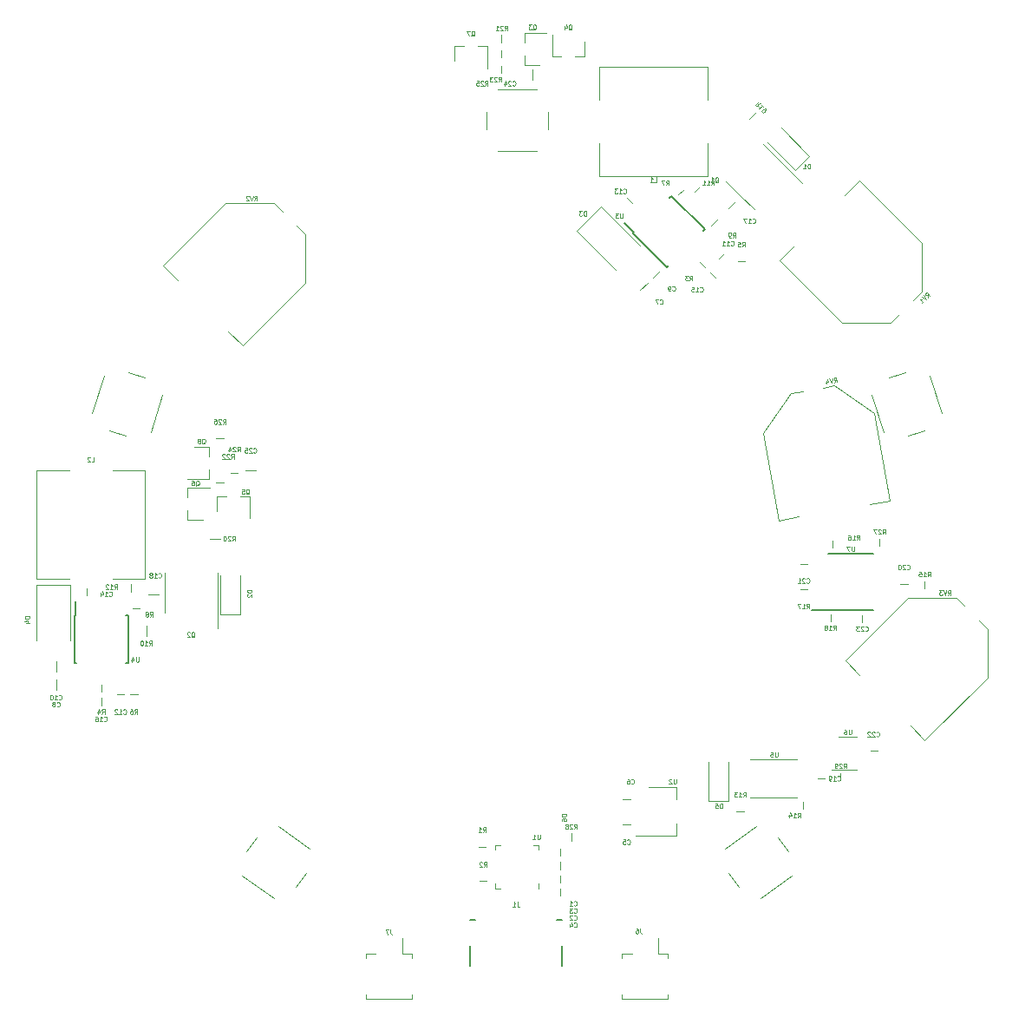
<source format=gbo>
G04 #@! TF.GenerationSoftware,KiCad,Pcbnew,6.0.0-d3dd2cf0fa~116~ubuntu20.04.1*
G04 #@! TF.CreationDate,2022-01-19T00:36:28+01:00*
G04 #@! TF.ProjectId,camera-flash,63616d65-7261-42d6-966c-6173682e6b69,rev?*
G04 #@! TF.SameCoordinates,Original*
G04 #@! TF.FileFunction,Legend,Bot*
G04 #@! TF.FilePolarity,Positive*
%FSLAX46Y46*%
G04 Gerber Fmt 4.6, Leading zero omitted, Abs format (unit mm)*
G04 Created by KiCad (PCBNEW 6.0.0-d3dd2cf0fa~116~ubuntu20.04.1) date 2022-01-19 00:36:28*
%MOMM*%
%LPD*%
G01*
G04 APERTURE LIST*
%ADD10C,0.100000*%
%ADD11C,0.120000*%
%ADD12C,0.150000*%
G04 APERTURE END LIST*
D10*
X131889285Y-123203571D02*
X132039285Y-122989285D01*
X132146428Y-123203571D02*
X132146428Y-122753571D01*
X131975000Y-122753571D01*
X131932142Y-122775000D01*
X131910714Y-122796428D01*
X131889285Y-122839285D01*
X131889285Y-122903571D01*
X131910714Y-122946428D01*
X131932142Y-122967857D01*
X131975000Y-122989285D01*
X132146428Y-122989285D01*
X131717857Y-122796428D02*
X131696428Y-122775000D01*
X131653571Y-122753571D01*
X131546428Y-122753571D01*
X131503571Y-122775000D01*
X131482142Y-122796428D01*
X131460714Y-122839285D01*
X131460714Y-122882142D01*
X131482142Y-122946428D01*
X131739285Y-123203571D01*
X131460714Y-123203571D01*
X131246428Y-123203571D02*
X131160714Y-123203571D01*
X131117857Y-123182142D01*
X131096428Y-123160714D01*
X131053571Y-123096428D01*
X131032142Y-123010714D01*
X131032142Y-122839285D01*
X131053571Y-122796428D01*
X131075000Y-122775000D01*
X131117857Y-122753571D01*
X131203571Y-122753571D01*
X131246428Y-122775000D01*
X131267857Y-122796428D01*
X131289285Y-122839285D01*
X131289285Y-122946428D01*
X131267857Y-122989285D01*
X131246428Y-123010714D01*
X131203571Y-123032142D01*
X131117857Y-123032142D01*
X131075000Y-123010714D01*
X131053571Y-122989285D01*
X131032142Y-122946428D01*
X142067857Y-106303571D02*
X142217857Y-106089285D01*
X142325000Y-106303571D02*
X142325000Y-105853571D01*
X142153571Y-105853571D01*
X142110714Y-105875000D01*
X142089285Y-105896428D01*
X142067857Y-105939285D01*
X142067857Y-106003571D01*
X142089285Y-106046428D01*
X142110714Y-106067857D01*
X142153571Y-106089285D01*
X142325000Y-106089285D01*
X141939285Y-105853571D02*
X141789285Y-106303571D01*
X141639285Y-105853571D01*
X141532142Y-105853571D02*
X141253571Y-105853571D01*
X141403571Y-106025000D01*
X141339285Y-106025000D01*
X141296428Y-106046428D01*
X141275000Y-106067857D01*
X141253571Y-106110714D01*
X141253571Y-106217857D01*
X141275000Y-106260714D01*
X141296428Y-106282142D01*
X141339285Y-106303571D01*
X141467857Y-106303571D01*
X141510714Y-106282142D01*
X141532142Y-106260714D01*
X130999137Y-85553965D02*
X131109648Y-85316888D01*
X131252373Y-85509313D02*
X131174232Y-85066149D01*
X131005408Y-85095918D01*
X130966922Y-85124463D01*
X130949541Y-85149287D01*
X130935880Y-85195214D01*
X130947043Y-85258523D01*
X130975588Y-85297008D01*
X131000412Y-85314390D01*
X131046339Y-85328051D01*
X131215163Y-85298283D01*
X130794377Y-85133128D02*
X130724798Y-85602339D01*
X130498935Y-85185222D01*
X130187334Y-85392480D02*
X130239428Y-85687922D01*
X130263081Y-85205051D02*
X130424411Y-85502991D01*
X130150072Y-85551364D01*
X74367857Y-67803571D02*
X74517857Y-67589285D01*
X74625000Y-67803571D02*
X74625000Y-67353571D01*
X74453571Y-67353571D01*
X74410714Y-67375000D01*
X74389285Y-67396428D01*
X74367857Y-67439285D01*
X74367857Y-67503571D01*
X74389285Y-67546428D01*
X74410714Y-67567857D01*
X74453571Y-67589285D01*
X74625000Y-67589285D01*
X74239285Y-67353571D02*
X74089285Y-67803571D01*
X73939285Y-67353571D01*
X73810714Y-67396428D02*
X73789285Y-67375000D01*
X73746428Y-67353571D01*
X73639285Y-67353571D01*
X73596428Y-67375000D01*
X73575000Y-67396428D01*
X73553571Y-67439285D01*
X73553571Y-67482142D01*
X73575000Y-67546428D01*
X73832142Y-67803571D01*
X73553571Y-67803571D01*
X140133350Y-77254543D02*
X140087893Y-76996954D01*
X140315177Y-77072715D02*
X139996979Y-76754517D01*
X139875761Y-76875735D01*
X139860609Y-76921192D01*
X139860609Y-76951497D01*
X139875761Y-76996954D01*
X139921218Y-77042411D01*
X139966675Y-77057563D01*
X139996979Y-77057563D01*
X140042436Y-77042411D01*
X140163654Y-76921192D01*
X139724238Y-77027258D02*
X139936370Y-77451522D01*
X139512106Y-77239390D01*
X139557563Y-77830330D02*
X139739390Y-77648502D01*
X139648477Y-77739416D02*
X139330279Y-77421218D01*
X139406040Y-77436370D01*
X139466649Y-77436370D01*
X139512106Y-77421218D01*
X120032142Y-127103571D02*
X120032142Y-126653571D01*
X119925000Y-126653571D01*
X119860714Y-126675000D01*
X119817857Y-126717857D01*
X119796428Y-126760714D01*
X119775000Y-126846428D01*
X119775000Y-126910714D01*
X119796428Y-126996428D01*
X119817857Y-127039285D01*
X119860714Y-127082142D01*
X119925000Y-127103571D01*
X120032142Y-127103571D01*
X119367857Y-126653571D02*
X119582142Y-126653571D01*
X119603571Y-126867857D01*
X119582142Y-126846428D01*
X119539285Y-126825000D01*
X119432142Y-126825000D01*
X119389285Y-126846428D01*
X119367857Y-126867857D01*
X119346428Y-126910714D01*
X119346428Y-127017857D01*
X119367857Y-127060714D01*
X119389285Y-127082142D01*
X119432142Y-127103571D01*
X119539285Y-127103571D01*
X119582142Y-127082142D01*
X119603571Y-127060714D01*
X74108571Y-105794857D02*
X73658571Y-105794857D01*
X73658571Y-105902000D01*
X73680000Y-105966285D01*
X73722857Y-106009142D01*
X73765714Y-106030571D01*
X73851428Y-106052000D01*
X73915714Y-106052000D01*
X74001428Y-106030571D01*
X74044285Y-106009142D01*
X74087142Y-105966285D01*
X74108571Y-105902000D01*
X74108571Y-105794857D01*
X73701428Y-106223428D02*
X73680000Y-106244857D01*
X73658571Y-106287714D01*
X73658571Y-106394857D01*
X73680000Y-106437714D01*
X73701428Y-106459142D01*
X73744285Y-106480571D01*
X73787142Y-106480571D01*
X73851428Y-106459142D01*
X74108571Y-106202000D01*
X74108571Y-106480571D01*
X128632142Y-64703570D02*
X128632142Y-64253570D01*
X128525000Y-64253570D01*
X128460714Y-64274999D01*
X128417857Y-64317856D01*
X128396428Y-64360713D01*
X128375000Y-64446427D01*
X128375000Y-64510713D01*
X128396428Y-64596427D01*
X128417857Y-64639284D01*
X128460714Y-64682141D01*
X128525000Y-64703570D01*
X128632142Y-64703570D01*
X127946428Y-64703570D02*
X128203571Y-64703570D01*
X128075000Y-64703570D02*
X128075000Y-64253570D01*
X128117857Y-64317856D01*
X128160714Y-64360713D01*
X128203571Y-64382141D01*
X68210981Y-110412114D02*
X68253838Y-110390686D01*
X68296695Y-110347828D01*
X68360981Y-110283543D01*
X68403838Y-110262114D01*
X68446695Y-110262114D01*
X68425266Y-110369257D02*
X68468124Y-110347828D01*
X68510981Y-110304971D01*
X68532409Y-110219257D01*
X68532409Y-110069257D01*
X68510981Y-109983543D01*
X68468124Y-109940686D01*
X68425266Y-109919257D01*
X68339552Y-109919257D01*
X68296695Y-109940686D01*
X68253838Y-109983543D01*
X68232409Y-110069257D01*
X68232409Y-110219257D01*
X68253838Y-110304971D01*
X68296695Y-110347828D01*
X68339552Y-110369257D01*
X68425266Y-110369257D01*
X68060981Y-109962114D02*
X68039552Y-109940686D01*
X67996695Y-109919257D01*
X67889552Y-109919257D01*
X67846695Y-109940686D01*
X67825266Y-109962114D01*
X67803838Y-110004971D01*
X67803838Y-110047828D01*
X67825266Y-110112114D01*
X68082409Y-110369257D01*
X67803838Y-110369257D01*
X119342857Y-66046428D02*
X119385714Y-66025000D01*
X119428571Y-65982142D01*
X119492857Y-65917857D01*
X119535714Y-65896428D01*
X119578571Y-65896428D01*
X119557142Y-66003571D02*
X119600000Y-65982142D01*
X119642857Y-65939285D01*
X119664285Y-65853571D01*
X119664285Y-65703571D01*
X119642857Y-65617857D01*
X119600000Y-65575000D01*
X119557142Y-65553571D01*
X119471428Y-65553571D01*
X119428571Y-65575000D01*
X119385714Y-65617857D01*
X119364285Y-65703571D01*
X119364285Y-65853571D01*
X119385714Y-65939285D01*
X119428571Y-65982142D01*
X119471428Y-66003571D01*
X119557142Y-66003571D01*
X118935714Y-66003571D02*
X119192857Y-66003571D01*
X119064285Y-66003571D02*
X119064285Y-65553571D01*
X119107142Y-65617857D01*
X119150000Y-65660714D01*
X119192857Y-65682142D01*
X64089285Y-111203571D02*
X64239285Y-110989285D01*
X64346428Y-111203571D02*
X64346428Y-110753571D01*
X64175000Y-110753571D01*
X64132142Y-110775000D01*
X64110714Y-110796428D01*
X64089285Y-110839285D01*
X64089285Y-110903571D01*
X64110714Y-110946428D01*
X64132142Y-110967857D01*
X64175000Y-110989285D01*
X64346428Y-110989285D01*
X63660714Y-111203571D02*
X63917857Y-111203571D01*
X63789285Y-111203571D02*
X63789285Y-110753571D01*
X63832142Y-110817857D01*
X63875000Y-110860714D01*
X63917857Y-110882142D01*
X63382142Y-110753571D02*
X63339285Y-110753571D01*
X63296428Y-110775000D01*
X63275000Y-110796428D01*
X63253571Y-110839285D01*
X63232142Y-110925000D01*
X63232142Y-111032142D01*
X63253571Y-111117857D01*
X63275000Y-111160714D01*
X63296428Y-111182142D01*
X63339285Y-111203571D01*
X63382142Y-111203571D01*
X63425000Y-111182142D01*
X63446428Y-111160714D01*
X63467857Y-111117857D01*
X63489285Y-111032142D01*
X63489285Y-110925000D01*
X63467857Y-110839285D01*
X63446428Y-110796428D01*
X63425000Y-110775000D01*
X63382142Y-110753571D01*
X121075000Y-71403571D02*
X121225000Y-71189285D01*
X121332142Y-71403571D02*
X121332142Y-70953571D01*
X121160714Y-70953571D01*
X121117857Y-70975000D01*
X121096428Y-70996428D01*
X121075000Y-71039285D01*
X121075000Y-71103571D01*
X121096428Y-71146428D01*
X121117857Y-71167857D01*
X121160714Y-71189285D01*
X121332142Y-71189285D01*
X120860714Y-71403571D02*
X120775000Y-71403571D01*
X120732142Y-71382142D01*
X120710714Y-71360714D01*
X120667857Y-71296428D01*
X120646428Y-71210714D01*
X120646428Y-71039285D01*
X120667857Y-70996428D01*
X120689285Y-70975000D01*
X120732142Y-70953571D01*
X120817857Y-70953571D01*
X120860714Y-70975000D01*
X120882142Y-70996428D01*
X120903571Y-71039285D01*
X120903571Y-71146428D01*
X120882142Y-71189285D01*
X120860714Y-71210714D01*
X120817857Y-71232142D01*
X120732142Y-71232142D01*
X120689285Y-71210714D01*
X120667857Y-71189285D01*
X120646428Y-71146428D01*
X132930725Y-101553571D02*
X132930725Y-101917857D01*
X132909296Y-101960714D01*
X132887868Y-101982142D01*
X132845010Y-102003571D01*
X132759296Y-102003571D01*
X132716439Y-101982142D01*
X132695010Y-101960714D01*
X132673582Y-101917857D01*
X132673582Y-101553571D01*
X132502153Y-101553571D02*
X132202153Y-101553571D01*
X132395010Y-102003571D01*
X132642857Y-119453571D02*
X132642857Y-119817857D01*
X132621428Y-119860714D01*
X132600000Y-119882142D01*
X132557142Y-119903571D01*
X132471428Y-119903571D01*
X132428571Y-119882142D01*
X132407142Y-119860714D01*
X132385714Y-119817857D01*
X132385714Y-119453571D01*
X131978571Y-119453571D02*
X132064285Y-119453571D01*
X132107142Y-119475000D01*
X132128571Y-119496428D01*
X132171428Y-119560714D01*
X132192857Y-119646428D01*
X132192857Y-119817857D01*
X132171428Y-119860714D01*
X132150000Y-119882142D01*
X132107142Y-119903571D01*
X132021428Y-119903571D01*
X131978571Y-119882142D01*
X131957142Y-119860714D01*
X131935714Y-119817857D01*
X131935714Y-119710714D01*
X131957142Y-119667857D01*
X131978571Y-119646428D01*
X132021428Y-119625000D01*
X132107142Y-119625000D01*
X132150000Y-119646428D01*
X132171428Y-119667857D01*
X132192857Y-119710714D01*
X125442857Y-121653571D02*
X125442857Y-122017857D01*
X125421428Y-122060714D01*
X125400000Y-122082142D01*
X125357142Y-122103571D01*
X125271428Y-122103571D01*
X125228571Y-122082142D01*
X125207142Y-122060714D01*
X125185714Y-122017857D01*
X125185714Y-121653571D01*
X124757142Y-121653571D02*
X124971428Y-121653571D01*
X124992857Y-121867857D01*
X124971428Y-121846428D01*
X124928571Y-121825000D01*
X124821428Y-121825000D01*
X124778571Y-121846428D01*
X124757142Y-121867857D01*
X124735714Y-121910714D01*
X124735714Y-122017857D01*
X124757142Y-122060714D01*
X124778571Y-122082142D01*
X124821428Y-122103571D01*
X124928571Y-122103571D01*
X124971428Y-122082142D01*
X124992857Y-122060714D01*
X63042857Y-112353571D02*
X63042857Y-112717857D01*
X63021428Y-112760714D01*
X63000000Y-112782142D01*
X62957142Y-112803571D01*
X62871428Y-112803571D01*
X62828571Y-112782142D01*
X62807142Y-112760714D01*
X62785714Y-112717857D01*
X62785714Y-112353571D01*
X62378571Y-112503571D02*
X62378571Y-112803571D01*
X62485714Y-112332142D02*
X62592857Y-112653571D01*
X62314285Y-112653571D01*
X110342857Y-69053571D02*
X110342857Y-69417857D01*
X110321428Y-69460714D01*
X110300000Y-69482142D01*
X110257142Y-69503571D01*
X110171428Y-69503571D01*
X110128571Y-69482142D01*
X110107142Y-69460714D01*
X110085714Y-69417857D01*
X110085714Y-69053571D01*
X109914285Y-69053571D02*
X109635714Y-69053571D01*
X109785714Y-69225000D01*
X109721428Y-69225000D01*
X109678571Y-69246428D01*
X109657142Y-69267857D01*
X109635714Y-69310714D01*
X109635714Y-69417857D01*
X109657142Y-69460714D01*
X109678571Y-69482142D01*
X109721428Y-69503571D01*
X109850000Y-69503571D01*
X109892857Y-69482142D01*
X109914285Y-69460714D01*
X115542857Y-124253571D02*
X115542857Y-124617857D01*
X115521428Y-124660714D01*
X115500000Y-124682142D01*
X115457142Y-124703571D01*
X115371428Y-124703571D01*
X115328571Y-124682142D01*
X115307142Y-124660714D01*
X115285714Y-124617857D01*
X115285714Y-124253571D01*
X115092857Y-124296428D02*
X115071428Y-124275000D01*
X115028571Y-124253571D01*
X114921428Y-124253571D01*
X114878571Y-124275000D01*
X114857142Y-124296428D01*
X114835714Y-124339285D01*
X114835714Y-124382142D01*
X114857142Y-124446428D01*
X115114285Y-124703571D01*
X114835714Y-124703571D01*
X102242857Y-129653571D02*
X102242857Y-130017857D01*
X102221428Y-130060714D01*
X102200000Y-130082142D01*
X102157142Y-130103571D01*
X102071428Y-130103571D01*
X102028571Y-130082142D01*
X102007142Y-130060714D01*
X101985714Y-130017857D01*
X101985714Y-129653571D01*
X101535714Y-130103571D02*
X101792857Y-130103571D01*
X101664285Y-130103571D02*
X101664285Y-129653571D01*
X101707142Y-129717857D01*
X101750000Y-129760714D01*
X101792857Y-129782142D01*
X105589285Y-129103571D02*
X105739285Y-128889285D01*
X105846428Y-129103571D02*
X105846428Y-128653571D01*
X105675000Y-128653571D01*
X105632142Y-128675000D01*
X105610714Y-128696428D01*
X105589285Y-128739285D01*
X105589285Y-128803571D01*
X105610714Y-128846428D01*
X105632142Y-128867857D01*
X105675000Y-128889285D01*
X105846428Y-128889285D01*
X105417857Y-128696428D02*
X105396428Y-128675000D01*
X105353571Y-128653571D01*
X105246428Y-128653571D01*
X105203571Y-128675000D01*
X105182142Y-128696428D01*
X105160714Y-128739285D01*
X105160714Y-128782142D01*
X105182142Y-128846428D01*
X105439285Y-129103571D01*
X105160714Y-129103571D01*
X104903571Y-128846428D02*
X104946428Y-128825000D01*
X104967857Y-128803571D01*
X104989285Y-128760714D01*
X104989285Y-128739285D01*
X104967857Y-128696428D01*
X104946428Y-128675000D01*
X104903571Y-128653571D01*
X104817857Y-128653571D01*
X104775000Y-128675000D01*
X104753571Y-128696428D01*
X104732142Y-128739285D01*
X104732142Y-128760714D01*
X104753571Y-128803571D01*
X104775000Y-128825000D01*
X104817857Y-128846428D01*
X104903571Y-128846428D01*
X104946428Y-128867857D01*
X104967857Y-128889285D01*
X104989285Y-128932142D01*
X104989285Y-129017857D01*
X104967857Y-129060714D01*
X104946428Y-129082142D01*
X104903571Y-129103571D01*
X104817857Y-129103571D01*
X104775000Y-129082142D01*
X104753571Y-129060714D01*
X104732142Y-129017857D01*
X104732142Y-128932142D01*
X104753571Y-128889285D01*
X104775000Y-128867857D01*
X104817857Y-128846428D01*
X135689285Y-100353571D02*
X135839285Y-100139285D01*
X135946428Y-100353571D02*
X135946428Y-99903571D01*
X135775000Y-99903571D01*
X135732142Y-99925000D01*
X135710714Y-99946428D01*
X135689285Y-99989285D01*
X135689285Y-100053571D01*
X135710714Y-100096428D01*
X135732142Y-100117857D01*
X135775000Y-100139285D01*
X135946428Y-100139285D01*
X135517857Y-99946428D02*
X135496428Y-99925000D01*
X135453571Y-99903571D01*
X135346428Y-99903571D01*
X135303571Y-99925000D01*
X135282142Y-99946428D01*
X135260714Y-99989285D01*
X135260714Y-100032142D01*
X135282142Y-100096428D01*
X135539285Y-100353571D01*
X135260714Y-100353571D01*
X135110714Y-99903571D02*
X134810714Y-99903571D01*
X135003571Y-100353571D01*
X71289285Y-89603571D02*
X71439285Y-89389285D01*
X71546428Y-89603571D02*
X71546428Y-89153571D01*
X71375000Y-89153571D01*
X71332142Y-89175000D01*
X71310714Y-89196428D01*
X71289285Y-89239285D01*
X71289285Y-89303571D01*
X71310714Y-89346428D01*
X71332142Y-89367857D01*
X71375000Y-89389285D01*
X71546428Y-89389285D01*
X71117857Y-89196428D02*
X71096428Y-89175000D01*
X71053571Y-89153571D01*
X70946428Y-89153571D01*
X70903571Y-89175000D01*
X70882142Y-89196428D01*
X70860714Y-89239285D01*
X70860714Y-89282142D01*
X70882142Y-89346428D01*
X71139285Y-89603571D01*
X70860714Y-89603571D01*
X70475000Y-89153571D02*
X70560714Y-89153571D01*
X70603571Y-89175000D01*
X70625000Y-89196428D01*
X70667857Y-89260714D01*
X70689285Y-89346428D01*
X70689285Y-89517857D01*
X70667857Y-89560714D01*
X70646428Y-89582142D01*
X70603571Y-89603571D01*
X70517857Y-89603571D01*
X70475000Y-89582142D01*
X70453571Y-89560714D01*
X70432142Y-89517857D01*
X70432142Y-89410714D01*
X70453571Y-89367857D01*
X70475000Y-89346428D01*
X70517857Y-89325000D01*
X70603571Y-89325000D01*
X70646428Y-89346428D01*
X70667857Y-89367857D01*
X70689285Y-89410714D01*
X96889285Y-56603571D02*
X97039285Y-56389285D01*
X97146428Y-56603571D02*
X97146428Y-56153571D01*
X96975000Y-56153571D01*
X96932142Y-56175000D01*
X96910714Y-56196428D01*
X96889285Y-56239285D01*
X96889285Y-56303571D01*
X96910714Y-56346428D01*
X96932142Y-56367857D01*
X96975000Y-56389285D01*
X97146428Y-56389285D01*
X96717857Y-56196428D02*
X96696428Y-56175000D01*
X96653571Y-56153571D01*
X96546428Y-56153571D01*
X96503571Y-56175000D01*
X96482142Y-56196428D01*
X96460714Y-56239285D01*
X96460714Y-56282142D01*
X96482142Y-56346428D01*
X96739285Y-56603571D01*
X96460714Y-56603571D01*
X96053571Y-56153571D02*
X96267857Y-56153571D01*
X96289285Y-56367857D01*
X96267857Y-56346428D01*
X96225000Y-56325000D01*
X96117857Y-56325000D01*
X96075000Y-56346428D01*
X96053571Y-56367857D01*
X96032142Y-56410714D01*
X96032142Y-56517857D01*
X96053571Y-56560714D01*
X96075000Y-56582142D01*
X96117857Y-56603571D01*
X96225000Y-56603571D01*
X96267857Y-56582142D01*
X96289285Y-56560714D01*
X72689285Y-92303571D02*
X72839285Y-92089285D01*
X72946428Y-92303571D02*
X72946428Y-91853571D01*
X72775000Y-91853571D01*
X72732142Y-91875000D01*
X72710714Y-91896428D01*
X72689285Y-91939285D01*
X72689285Y-92003571D01*
X72710714Y-92046428D01*
X72732142Y-92067857D01*
X72775000Y-92089285D01*
X72946428Y-92089285D01*
X72517857Y-91896428D02*
X72496428Y-91875000D01*
X72453571Y-91853571D01*
X72346428Y-91853571D01*
X72303571Y-91875000D01*
X72282142Y-91896428D01*
X72260714Y-91939285D01*
X72260714Y-91982142D01*
X72282142Y-92046428D01*
X72539285Y-92303571D01*
X72260714Y-92303571D01*
X71875000Y-92003571D02*
X71875000Y-92303571D01*
X71982142Y-91832142D02*
X72089285Y-92153571D01*
X71810714Y-92153571D01*
X98189285Y-56203571D02*
X98339285Y-55989285D01*
X98446428Y-56203571D02*
X98446428Y-55753571D01*
X98275000Y-55753571D01*
X98232142Y-55775000D01*
X98210714Y-55796428D01*
X98189285Y-55839285D01*
X98189285Y-55903571D01*
X98210714Y-55946428D01*
X98232142Y-55967857D01*
X98275000Y-55989285D01*
X98446428Y-55989285D01*
X98017857Y-55796428D02*
X97996428Y-55775000D01*
X97953571Y-55753571D01*
X97846428Y-55753571D01*
X97803571Y-55775000D01*
X97782142Y-55796428D01*
X97760714Y-55839285D01*
X97760714Y-55882142D01*
X97782142Y-55946428D01*
X98039285Y-56203571D01*
X97760714Y-56203571D01*
X97610714Y-55753571D02*
X97332142Y-55753571D01*
X97482142Y-55925000D01*
X97417857Y-55925000D01*
X97375000Y-55946428D01*
X97353571Y-55967857D01*
X97332142Y-56010714D01*
X97332142Y-56117857D01*
X97353571Y-56160714D01*
X97375000Y-56182142D01*
X97417857Y-56203571D01*
X97546428Y-56203571D01*
X97589285Y-56182142D01*
X97610714Y-56160714D01*
X72089285Y-93003571D02*
X72239285Y-92789285D01*
X72346428Y-93003571D02*
X72346428Y-92553571D01*
X72175000Y-92553571D01*
X72132142Y-92575000D01*
X72110714Y-92596428D01*
X72089285Y-92639285D01*
X72089285Y-92703571D01*
X72110714Y-92746428D01*
X72132142Y-92767857D01*
X72175000Y-92789285D01*
X72346428Y-92789285D01*
X71917857Y-92596428D02*
X71896428Y-92575000D01*
X71853571Y-92553571D01*
X71746428Y-92553571D01*
X71703571Y-92575000D01*
X71682142Y-92596428D01*
X71660714Y-92639285D01*
X71660714Y-92682142D01*
X71682142Y-92746428D01*
X71939285Y-93003571D01*
X71660714Y-93003571D01*
X71489285Y-92596428D02*
X71467857Y-92575000D01*
X71425000Y-92553571D01*
X71317857Y-92553571D01*
X71275000Y-92575000D01*
X71253571Y-92596428D01*
X71232142Y-92639285D01*
X71232142Y-92682142D01*
X71253571Y-92746428D01*
X71510714Y-93003571D01*
X71232142Y-93003571D01*
X98789285Y-51203571D02*
X98939285Y-50989285D01*
X99046428Y-51203571D02*
X99046428Y-50753571D01*
X98875000Y-50753571D01*
X98832142Y-50775000D01*
X98810714Y-50796428D01*
X98789285Y-50839285D01*
X98789285Y-50903571D01*
X98810714Y-50946428D01*
X98832142Y-50967857D01*
X98875000Y-50989285D01*
X99046428Y-50989285D01*
X98617857Y-50796428D02*
X98596428Y-50775000D01*
X98553571Y-50753571D01*
X98446428Y-50753571D01*
X98403571Y-50775000D01*
X98382142Y-50796428D01*
X98360714Y-50839285D01*
X98360714Y-50882142D01*
X98382142Y-50946428D01*
X98639285Y-51203571D01*
X98360714Y-51203571D01*
X97932142Y-51203571D02*
X98189285Y-51203571D01*
X98060714Y-51203571D02*
X98060714Y-50753571D01*
X98103571Y-50817857D01*
X98146428Y-50860714D01*
X98189285Y-50882142D01*
X72189285Y-101003571D02*
X72339285Y-100789285D01*
X72446428Y-101003571D02*
X72446428Y-100553571D01*
X72275000Y-100553571D01*
X72232142Y-100575000D01*
X72210714Y-100596428D01*
X72189285Y-100639285D01*
X72189285Y-100703571D01*
X72210714Y-100746428D01*
X72232142Y-100767857D01*
X72275000Y-100789285D01*
X72446428Y-100789285D01*
X72017857Y-100596428D02*
X71996428Y-100575000D01*
X71953571Y-100553571D01*
X71846428Y-100553571D01*
X71803571Y-100575000D01*
X71782142Y-100596428D01*
X71760714Y-100639285D01*
X71760714Y-100682142D01*
X71782142Y-100746428D01*
X72039285Y-101003571D01*
X71760714Y-101003571D01*
X71482142Y-100553571D02*
X71439285Y-100553571D01*
X71396428Y-100575000D01*
X71375000Y-100596428D01*
X71353571Y-100639285D01*
X71332142Y-100725000D01*
X71332142Y-100832142D01*
X71353571Y-100917857D01*
X71375000Y-100960714D01*
X71396428Y-100982142D01*
X71439285Y-101003571D01*
X71482142Y-101003571D01*
X71525000Y-100982142D01*
X71546428Y-100960714D01*
X71567857Y-100917857D01*
X71589285Y-100832142D01*
X71589285Y-100725000D01*
X71567857Y-100639285D01*
X71546428Y-100596428D01*
X71525000Y-100575000D01*
X71482142Y-100553571D01*
X123752563Y-58338324D02*
X123494974Y-58383781D01*
X123570736Y-58156496D02*
X123252538Y-58474694D01*
X123373756Y-58595913D01*
X123419213Y-58611065D01*
X123449518Y-58611065D01*
X123494974Y-58595913D01*
X123540431Y-58550456D01*
X123555584Y-58504999D01*
X123555584Y-58474694D01*
X123540431Y-58429238D01*
X123419213Y-58308019D01*
X124055609Y-58641370D02*
X123873782Y-58459542D01*
X123964695Y-58550456D02*
X123646497Y-58868654D01*
X123661650Y-58792893D01*
X123661650Y-58732283D01*
X123646497Y-58686827D01*
X124207132Y-58792893D02*
X124267741Y-58853502D01*
X124282893Y-58898959D01*
X124282893Y-58929263D01*
X124267741Y-59005025D01*
X124222284Y-59080786D01*
X124101066Y-59202004D01*
X124055609Y-59217157D01*
X124025305Y-59217157D01*
X123979848Y-59202004D01*
X123919239Y-59141395D01*
X123904086Y-59095938D01*
X123904086Y-59065634D01*
X123919239Y-59020177D01*
X123995000Y-58944415D01*
X124040457Y-58929263D01*
X124070761Y-58929263D01*
X124116218Y-58944415D01*
X124176827Y-59005025D01*
X124191980Y-59050481D01*
X124191980Y-59080786D01*
X124176827Y-59126243D01*
X130889285Y-109703571D02*
X131039285Y-109489285D01*
X131146428Y-109703571D02*
X131146428Y-109253571D01*
X130975000Y-109253571D01*
X130932142Y-109275000D01*
X130910714Y-109296428D01*
X130889285Y-109339285D01*
X130889285Y-109403571D01*
X130910714Y-109446428D01*
X130932142Y-109467857D01*
X130975000Y-109489285D01*
X131146428Y-109489285D01*
X130460714Y-109703571D02*
X130717857Y-109703571D01*
X130589285Y-109703571D02*
X130589285Y-109253571D01*
X130632142Y-109317857D01*
X130675000Y-109360714D01*
X130717857Y-109382142D01*
X130203571Y-109446428D02*
X130246428Y-109425000D01*
X130267857Y-109403571D01*
X130289285Y-109360714D01*
X130289285Y-109339285D01*
X130267857Y-109296428D01*
X130246428Y-109275000D01*
X130203571Y-109253571D01*
X130117857Y-109253571D01*
X130075000Y-109275000D01*
X130053571Y-109296428D01*
X130032142Y-109339285D01*
X130032142Y-109360714D01*
X130053571Y-109403571D01*
X130075000Y-109425000D01*
X130117857Y-109446428D01*
X130203571Y-109446428D01*
X130246428Y-109467857D01*
X130267857Y-109489285D01*
X130289285Y-109532142D01*
X130289285Y-109617857D01*
X130267857Y-109660714D01*
X130246428Y-109682142D01*
X130203571Y-109703571D01*
X130117857Y-109703571D01*
X130075000Y-109682142D01*
X130053571Y-109660714D01*
X130032142Y-109617857D01*
X130032142Y-109532142D01*
X130053571Y-109489285D01*
X130075000Y-109467857D01*
X130117857Y-109446428D01*
X128289285Y-107603571D02*
X128439285Y-107389285D01*
X128546428Y-107603571D02*
X128546428Y-107153571D01*
X128375000Y-107153571D01*
X128332142Y-107175000D01*
X128310714Y-107196428D01*
X128289285Y-107239285D01*
X128289285Y-107303571D01*
X128310714Y-107346428D01*
X128332142Y-107367857D01*
X128375000Y-107389285D01*
X128546428Y-107389285D01*
X127860714Y-107603571D02*
X128117857Y-107603571D01*
X127989285Y-107603571D02*
X127989285Y-107153571D01*
X128032142Y-107217857D01*
X128075000Y-107260714D01*
X128117857Y-107282142D01*
X127710714Y-107153571D02*
X127410714Y-107153571D01*
X127603571Y-107603571D01*
X133189285Y-100903571D02*
X133339285Y-100689285D01*
X133446428Y-100903571D02*
X133446428Y-100453571D01*
X133275000Y-100453571D01*
X133232142Y-100475000D01*
X133210714Y-100496428D01*
X133189285Y-100539285D01*
X133189285Y-100603571D01*
X133210714Y-100646428D01*
X133232142Y-100667857D01*
X133275000Y-100689285D01*
X133446428Y-100689285D01*
X132760714Y-100903571D02*
X133017857Y-100903571D01*
X132889285Y-100903571D02*
X132889285Y-100453571D01*
X132932142Y-100517857D01*
X132975000Y-100560714D01*
X133017857Y-100582142D01*
X132375000Y-100453571D02*
X132460714Y-100453571D01*
X132503571Y-100475000D01*
X132525000Y-100496428D01*
X132567857Y-100560714D01*
X132589285Y-100646428D01*
X132589285Y-100817857D01*
X132567857Y-100860714D01*
X132546428Y-100882142D01*
X132503571Y-100903571D01*
X132417857Y-100903571D01*
X132375000Y-100882142D01*
X132353571Y-100860714D01*
X132332142Y-100817857D01*
X132332142Y-100710714D01*
X132353571Y-100667857D01*
X132375000Y-100646428D01*
X132417857Y-100625000D01*
X132503571Y-100625000D01*
X132546428Y-100646428D01*
X132567857Y-100667857D01*
X132589285Y-100710714D01*
X140089285Y-104503571D02*
X140239285Y-104289285D01*
X140346428Y-104503571D02*
X140346428Y-104053571D01*
X140175000Y-104053571D01*
X140132142Y-104075000D01*
X140110714Y-104096428D01*
X140089285Y-104139285D01*
X140089285Y-104203571D01*
X140110714Y-104246428D01*
X140132142Y-104267857D01*
X140175000Y-104289285D01*
X140346428Y-104289285D01*
X139660714Y-104503571D02*
X139917857Y-104503571D01*
X139789285Y-104503571D02*
X139789285Y-104053571D01*
X139832142Y-104117857D01*
X139875000Y-104160714D01*
X139917857Y-104182142D01*
X139253571Y-104053571D02*
X139467857Y-104053571D01*
X139489285Y-104267857D01*
X139467857Y-104246428D01*
X139425000Y-104225000D01*
X139317857Y-104225000D01*
X139275000Y-104246428D01*
X139253571Y-104267857D01*
X139232142Y-104310714D01*
X139232142Y-104417857D01*
X139253571Y-104460714D01*
X139275000Y-104482142D01*
X139317857Y-104503571D01*
X139425000Y-104503571D01*
X139467857Y-104482142D01*
X139489285Y-104460714D01*
X127389285Y-128003571D02*
X127539285Y-127789285D01*
X127646428Y-128003571D02*
X127646428Y-127553571D01*
X127475000Y-127553571D01*
X127432142Y-127575000D01*
X127410714Y-127596428D01*
X127389285Y-127639285D01*
X127389285Y-127703571D01*
X127410714Y-127746428D01*
X127432142Y-127767857D01*
X127475000Y-127789285D01*
X127646428Y-127789285D01*
X126960714Y-128003571D02*
X127217857Y-128003571D01*
X127089285Y-128003571D02*
X127089285Y-127553571D01*
X127132142Y-127617857D01*
X127175000Y-127660714D01*
X127217857Y-127682142D01*
X126575000Y-127703571D02*
X126575000Y-128003571D01*
X126682142Y-127532142D02*
X126789285Y-127853571D01*
X126510714Y-127853571D01*
X122089285Y-126003571D02*
X122239285Y-125789285D01*
X122346428Y-126003571D02*
X122346428Y-125553571D01*
X122175000Y-125553571D01*
X122132142Y-125575000D01*
X122110714Y-125596428D01*
X122089285Y-125639285D01*
X122089285Y-125703571D01*
X122110714Y-125746428D01*
X122132142Y-125767857D01*
X122175000Y-125789285D01*
X122346428Y-125789285D01*
X121660714Y-126003571D02*
X121917857Y-126003571D01*
X121789285Y-126003571D02*
X121789285Y-125553571D01*
X121832142Y-125617857D01*
X121875000Y-125660714D01*
X121917857Y-125682142D01*
X121510714Y-125553571D02*
X121232142Y-125553571D01*
X121382142Y-125725000D01*
X121317857Y-125725000D01*
X121275000Y-125746428D01*
X121253571Y-125767857D01*
X121232142Y-125810714D01*
X121232142Y-125917857D01*
X121253571Y-125960714D01*
X121275000Y-125982142D01*
X121317857Y-126003571D01*
X121446428Y-126003571D01*
X121489285Y-125982142D01*
X121510714Y-125960714D01*
X60689285Y-105703571D02*
X60839285Y-105489285D01*
X60946428Y-105703571D02*
X60946428Y-105253571D01*
X60775000Y-105253571D01*
X60732142Y-105275000D01*
X60710714Y-105296428D01*
X60689285Y-105339285D01*
X60689285Y-105403571D01*
X60710714Y-105446428D01*
X60732142Y-105467857D01*
X60775000Y-105489285D01*
X60946428Y-105489285D01*
X60260714Y-105703571D02*
X60517857Y-105703571D01*
X60389285Y-105703571D02*
X60389285Y-105253571D01*
X60432142Y-105317857D01*
X60475000Y-105360714D01*
X60517857Y-105382142D01*
X60089285Y-105296428D02*
X60067857Y-105275000D01*
X60025000Y-105253571D01*
X59917857Y-105253571D01*
X59875000Y-105275000D01*
X59853571Y-105296428D01*
X59832142Y-105339285D01*
X59832142Y-105382142D01*
X59853571Y-105446428D01*
X60110714Y-105703571D01*
X59832142Y-105703571D01*
X118989285Y-66303570D02*
X119139285Y-66089284D01*
X119246428Y-66303570D02*
X119246428Y-65853570D01*
X119075000Y-65853570D01*
X119032142Y-65874999D01*
X119010714Y-65896427D01*
X118989285Y-65939284D01*
X118989285Y-66003570D01*
X119010714Y-66046427D01*
X119032142Y-66067856D01*
X119075000Y-66089284D01*
X119246428Y-66089284D01*
X118560714Y-66303570D02*
X118817857Y-66303570D01*
X118689285Y-66303570D02*
X118689285Y-65853570D01*
X118732142Y-65917856D01*
X118775000Y-65960713D01*
X118817857Y-65982141D01*
X118132142Y-66303570D02*
X118389285Y-66303570D01*
X118260714Y-66303570D02*
X118260714Y-65853570D01*
X118303571Y-65917856D01*
X118346428Y-65960713D01*
X118389285Y-65982141D01*
X64175000Y-108403571D02*
X64325000Y-108189285D01*
X64432142Y-108403571D02*
X64432142Y-107953571D01*
X64260714Y-107953571D01*
X64217857Y-107975000D01*
X64196428Y-107996428D01*
X64175000Y-108039285D01*
X64175000Y-108103571D01*
X64196428Y-108146428D01*
X64217857Y-108167857D01*
X64260714Y-108189285D01*
X64432142Y-108189285D01*
X63917857Y-108146428D02*
X63960714Y-108125000D01*
X63982142Y-108103571D01*
X64003571Y-108060714D01*
X64003571Y-108039285D01*
X63982142Y-107996428D01*
X63960714Y-107975000D01*
X63917857Y-107953571D01*
X63832142Y-107953571D01*
X63789285Y-107975000D01*
X63767857Y-107996428D01*
X63746428Y-108039285D01*
X63746428Y-108060714D01*
X63767857Y-108103571D01*
X63789285Y-108125000D01*
X63832142Y-108146428D01*
X63917857Y-108146428D01*
X63960714Y-108167857D01*
X63982142Y-108189285D01*
X64003571Y-108232142D01*
X64003571Y-108317857D01*
X63982142Y-108360714D01*
X63960714Y-108382142D01*
X63917857Y-108403571D01*
X63832142Y-108403571D01*
X63789285Y-108382142D01*
X63767857Y-108360714D01*
X63746428Y-108317857D01*
X63746428Y-108232142D01*
X63767857Y-108189285D01*
X63789285Y-108167857D01*
X63832142Y-108146428D01*
X114575000Y-66303571D02*
X114725000Y-66089285D01*
X114832142Y-66303571D02*
X114832142Y-65853571D01*
X114660714Y-65853571D01*
X114617857Y-65875000D01*
X114596428Y-65896428D01*
X114575000Y-65939285D01*
X114575000Y-66003571D01*
X114596428Y-66046428D01*
X114617857Y-66067857D01*
X114660714Y-66089285D01*
X114832142Y-66089285D01*
X114425000Y-65853571D02*
X114125000Y-65853571D01*
X114317857Y-66303571D01*
X62675000Y-117903571D02*
X62825000Y-117689285D01*
X62932142Y-117903571D02*
X62932142Y-117453571D01*
X62760714Y-117453571D01*
X62717857Y-117475000D01*
X62696428Y-117496428D01*
X62675000Y-117539285D01*
X62675000Y-117603571D01*
X62696428Y-117646428D01*
X62717857Y-117667857D01*
X62760714Y-117689285D01*
X62932142Y-117689285D01*
X62289285Y-117453571D02*
X62375000Y-117453571D01*
X62417857Y-117475000D01*
X62439285Y-117496428D01*
X62482142Y-117560714D01*
X62503571Y-117646428D01*
X62503571Y-117817857D01*
X62482142Y-117860714D01*
X62460714Y-117882142D01*
X62417857Y-117903571D01*
X62332142Y-117903571D01*
X62289285Y-117882142D01*
X62267857Y-117860714D01*
X62246428Y-117817857D01*
X62246428Y-117710714D01*
X62267857Y-117667857D01*
X62289285Y-117646428D01*
X62332142Y-117625000D01*
X62417857Y-117625000D01*
X62460714Y-117646428D01*
X62482142Y-117667857D01*
X62503571Y-117710714D01*
X121975000Y-72303571D02*
X122125000Y-72089285D01*
X122232142Y-72303571D02*
X122232142Y-71853571D01*
X122060714Y-71853571D01*
X122017857Y-71875000D01*
X121996428Y-71896428D01*
X121975000Y-71939285D01*
X121975000Y-72003571D01*
X121996428Y-72046428D01*
X122017857Y-72067857D01*
X122060714Y-72089285D01*
X122232142Y-72089285D01*
X121567857Y-71853571D02*
X121782142Y-71853571D01*
X121803571Y-72067857D01*
X121782142Y-72046428D01*
X121739285Y-72025000D01*
X121632142Y-72025000D01*
X121589285Y-72046428D01*
X121567857Y-72067857D01*
X121546428Y-72110714D01*
X121546428Y-72217857D01*
X121567857Y-72260714D01*
X121589285Y-72282142D01*
X121632142Y-72303571D01*
X121739285Y-72303571D01*
X121782142Y-72282142D01*
X121803571Y-72260714D01*
X59475000Y-117903571D02*
X59625000Y-117689285D01*
X59732142Y-117903571D02*
X59732142Y-117453571D01*
X59560714Y-117453571D01*
X59517857Y-117475000D01*
X59496428Y-117496428D01*
X59475000Y-117539285D01*
X59475000Y-117603571D01*
X59496428Y-117646428D01*
X59517857Y-117667857D01*
X59560714Y-117689285D01*
X59732142Y-117689285D01*
X59089285Y-117603571D02*
X59089285Y-117903571D01*
X59196428Y-117432142D02*
X59303571Y-117753571D01*
X59025000Y-117753571D01*
X116875000Y-75603571D02*
X117025000Y-75389285D01*
X117132142Y-75603571D02*
X117132142Y-75153571D01*
X116960714Y-75153571D01*
X116917857Y-75175000D01*
X116896428Y-75196428D01*
X116875000Y-75239285D01*
X116875000Y-75303571D01*
X116896428Y-75346428D01*
X116917857Y-75367857D01*
X116960714Y-75389285D01*
X117132142Y-75389285D01*
X116725000Y-75153571D02*
X116446428Y-75153571D01*
X116596428Y-75325000D01*
X116532142Y-75325000D01*
X116489285Y-75346428D01*
X116467857Y-75367857D01*
X116446428Y-75410714D01*
X116446428Y-75517857D01*
X116467857Y-75560714D01*
X116489285Y-75582142D01*
X116532142Y-75603571D01*
X116660714Y-75603571D01*
X116703571Y-75582142D01*
X116725000Y-75560714D01*
X96775000Y-132803571D02*
X96925000Y-132589285D01*
X97032142Y-132803571D02*
X97032142Y-132353571D01*
X96860714Y-132353571D01*
X96817857Y-132375000D01*
X96796428Y-132396428D01*
X96775000Y-132439285D01*
X96775000Y-132503571D01*
X96796428Y-132546428D01*
X96817857Y-132567857D01*
X96860714Y-132589285D01*
X97032142Y-132589285D01*
X96603571Y-132396428D02*
X96582142Y-132375000D01*
X96539285Y-132353571D01*
X96432142Y-132353571D01*
X96389285Y-132375000D01*
X96367857Y-132396428D01*
X96346428Y-132439285D01*
X96346428Y-132482142D01*
X96367857Y-132546428D01*
X96625000Y-132803571D01*
X96346428Y-132803571D01*
X96675000Y-129403571D02*
X96825000Y-129189285D01*
X96932142Y-129403571D02*
X96932142Y-128953571D01*
X96760714Y-128953571D01*
X96717857Y-128975000D01*
X96696428Y-128996428D01*
X96675000Y-129039285D01*
X96675000Y-129103571D01*
X96696428Y-129146428D01*
X96717857Y-129167857D01*
X96760714Y-129189285D01*
X96932142Y-129189285D01*
X96246428Y-129403571D02*
X96503571Y-129403571D01*
X96375000Y-129403571D02*
X96375000Y-128953571D01*
X96417857Y-129017857D01*
X96460714Y-129060714D01*
X96503571Y-129082142D01*
X69242857Y-91546428D02*
X69285714Y-91525000D01*
X69328571Y-91482142D01*
X69392857Y-91417857D01*
X69435714Y-91396428D01*
X69478571Y-91396428D01*
X69457142Y-91503571D02*
X69500000Y-91482142D01*
X69542857Y-91439285D01*
X69564285Y-91353571D01*
X69564285Y-91203571D01*
X69542857Y-91117857D01*
X69500000Y-91075000D01*
X69457142Y-91053571D01*
X69371428Y-91053571D01*
X69328571Y-91075000D01*
X69285714Y-91117857D01*
X69264285Y-91203571D01*
X69264285Y-91353571D01*
X69285714Y-91439285D01*
X69328571Y-91482142D01*
X69371428Y-91503571D01*
X69457142Y-91503571D01*
X69007142Y-91246428D02*
X69050000Y-91225000D01*
X69071428Y-91203571D01*
X69092857Y-91160714D01*
X69092857Y-91139285D01*
X69071428Y-91096428D01*
X69050000Y-91075000D01*
X69007142Y-91053571D01*
X68921428Y-91053571D01*
X68878571Y-91075000D01*
X68857142Y-91096428D01*
X68835714Y-91139285D01*
X68835714Y-91160714D01*
X68857142Y-91203571D01*
X68878571Y-91225000D01*
X68921428Y-91246428D01*
X69007142Y-91246428D01*
X69050000Y-91267857D01*
X69071428Y-91289285D01*
X69092857Y-91332142D01*
X69092857Y-91417857D01*
X69071428Y-91460714D01*
X69050000Y-91482142D01*
X69007142Y-91503571D01*
X68921428Y-91503571D01*
X68878571Y-91482142D01*
X68857142Y-91460714D01*
X68835714Y-91417857D01*
X68835714Y-91332142D01*
X68857142Y-91289285D01*
X68878571Y-91267857D01*
X68921428Y-91246428D01*
X95542857Y-51746428D02*
X95585714Y-51725000D01*
X95628571Y-51682142D01*
X95692857Y-51617857D01*
X95735714Y-51596428D01*
X95778571Y-51596428D01*
X95757142Y-51703571D02*
X95800000Y-51682142D01*
X95842857Y-51639285D01*
X95864285Y-51553571D01*
X95864285Y-51403571D01*
X95842857Y-51317857D01*
X95800000Y-51275000D01*
X95757142Y-51253571D01*
X95671428Y-51253571D01*
X95628571Y-51275000D01*
X95585714Y-51317857D01*
X95564285Y-51403571D01*
X95564285Y-51553571D01*
X95585714Y-51639285D01*
X95628571Y-51682142D01*
X95671428Y-51703571D01*
X95757142Y-51703571D01*
X95414285Y-51253571D02*
X95114285Y-51253571D01*
X95307142Y-51703571D01*
X68642857Y-95646428D02*
X68685714Y-95625000D01*
X68728571Y-95582142D01*
X68792857Y-95517857D01*
X68835714Y-95496428D01*
X68878571Y-95496428D01*
X68857142Y-95603571D02*
X68900000Y-95582142D01*
X68942857Y-95539285D01*
X68964285Y-95453571D01*
X68964285Y-95303571D01*
X68942857Y-95217857D01*
X68900000Y-95175000D01*
X68857142Y-95153571D01*
X68771428Y-95153571D01*
X68728571Y-95175000D01*
X68685714Y-95217857D01*
X68664285Y-95303571D01*
X68664285Y-95453571D01*
X68685714Y-95539285D01*
X68728571Y-95582142D01*
X68771428Y-95603571D01*
X68857142Y-95603571D01*
X68278571Y-95153571D02*
X68364285Y-95153571D01*
X68407142Y-95175000D01*
X68428571Y-95196428D01*
X68471428Y-95260714D01*
X68492857Y-95346428D01*
X68492857Y-95517857D01*
X68471428Y-95560714D01*
X68450000Y-95582142D01*
X68407142Y-95603571D01*
X68321428Y-95603571D01*
X68278571Y-95582142D01*
X68257142Y-95560714D01*
X68235714Y-95517857D01*
X68235714Y-95410714D01*
X68257142Y-95367857D01*
X68278571Y-95346428D01*
X68321428Y-95325000D01*
X68407142Y-95325000D01*
X68450000Y-95346428D01*
X68471428Y-95367857D01*
X68492857Y-95410714D01*
X73542857Y-96446428D02*
X73585714Y-96425000D01*
X73628571Y-96382142D01*
X73692857Y-96317857D01*
X73735714Y-96296428D01*
X73778571Y-96296428D01*
X73757142Y-96403571D02*
X73800000Y-96382142D01*
X73842857Y-96339285D01*
X73864285Y-96253571D01*
X73864285Y-96103571D01*
X73842857Y-96017857D01*
X73800000Y-95975000D01*
X73757142Y-95953571D01*
X73671428Y-95953571D01*
X73628571Y-95975000D01*
X73585714Y-96017857D01*
X73564285Y-96103571D01*
X73564285Y-96253571D01*
X73585714Y-96339285D01*
X73628571Y-96382142D01*
X73671428Y-96403571D01*
X73757142Y-96403571D01*
X73157142Y-95953571D02*
X73371428Y-95953571D01*
X73392857Y-96167857D01*
X73371428Y-96146428D01*
X73328571Y-96125000D01*
X73221428Y-96125000D01*
X73178571Y-96146428D01*
X73157142Y-96167857D01*
X73135714Y-96210714D01*
X73135714Y-96317857D01*
X73157142Y-96360714D01*
X73178571Y-96382142D01*
X73221428Y-96403571D01*
X73328571Y-96403571D01*
X73371428Y-96382142D01*
X73392857Y-96360714D01*
X105042857Y-51146428D02*
X105085714Y-51125000D01*
X105128571Y-51082142D01*
X105192857Y-51017857D01*
X105235714Y-50996428D01*
X105278571Y-50996428D01*
X105257142Y-51103571D02*
X105300000Y-51082142D01*
X105342857Y-51039285D01*
X105364285Y-50953571D01*
X105364285Y-50803571D01*
X105342857Y-50717857D01*
X105300000Y-50675000D01*
X105257142Y-50653571D01*
X105171428Y-50653571D01*
X105128571Y-50675000D01*
X105085714Y-50717857D01*
X105064285Y-50803571D01*
X105064285Y-50953571D01*
X105085714Y-51039285D01*
X105128571Y-51082142D01*
X105171428Y-51103571D01*
X105257142Y-51103571D01*
X104678571Y-50803571D02*
X104678571Y-51103571D01*
X104785714Y-50632142D02*
X104892857Y-50953571D01*
X104614285Y-50953571D01*
X101542857Y-51146428D02*
X101585714Y-51125000D01*
X101628571Y-51082142D01*
X101692857Y-51017857D01*
X101735714Y-50996428D01*
X101778571Y-50996428D01*
X101757142Y-51103571D02*
X101800000Y-51082142D01*
X101842857Y-51039285D01*
X101864285Y-50953571D01*
X101864285Y-50803571D01*
X101842857Y-50717857D01*
X101800000Y-50675000D01*
X101757142Y-50653571D01*
X101671428Y-50653571D01*
X101628571Y-50675000D01*
X101585714Y-50717857D01*
X101564285Y-50803571D01*
X101564285Y-50953571D01*
X101585714Y-51039285D01*
X101628571Y-51082142D01*
X101671428Y-51103571D01*
X101757142Y-51103571D01*
X101414285Y-50653571D02*
X101135714Y-50653571D01*
X101285714Y-50825000D01*
X101221428Y-50825000D01*
X101178571Y-50846428D01*
X101157142Y-50867857D01*
X101135714Y-50910714D01*
X101135714Y-51017857D01*
X101157142Y-51060714D01*
X101178571Y-51082142D01*
X101221428Y-51103571D01*
X101350000Y-51103571D01*
X101392857Y-51082142D01*
X101414285Y-51060714D01*
X58475000Y-93303571D02*
X58689285Y-93303571D01*
X58689285Y-92853571D01*
X58346428Y-92896428D02*
X58325000Y-92875000D01*
X58282142Y-92853571D01*
X58175000Y-92853571D01*
X58132142Y-92875000D01*
X58110714Y-92896428D01*
X58089285Y-92939285D01*
X58089285Y-92982142D01*
X58110714Y-93046428D01*
X58367857Y-93303571D01*
X58089285Y-93303571D01*
X113375000Y-66003571D02*
X113589285Y-66003571D01*
X113589285Y-65553571D01*
X112989285Y-66003571D02*
X113246428Y-66003571D01*
X113117857Y-66003571D02*
X113117857Y-65553571D01*
X113160714Y-65617857D01*
X113203571Y-65660714D01*
X113246428Y-65682142D01*
X87650000Y-138953571D02*
X87650000Y-139275000D01*
X87671428Y-139339285D01*
X87714285Y-139382142D01*
X87778571Y-139403571D01*
X87821428Y-139403571D01*
X87478571Y-138953571D02*
X87178571Y-138953571D01*
X87371428Y-139403571D01*
X112050000Y-138853571D02*
X112050000Y-139175000D01*
X112071428Y-139239285D01*
X112114285Y-139282142D01*
X112178571Y-139303571D01*
X112221428Y-139303571D01*
X111642857Y-138853571D02*
X111728571Y-138853571D01*
X111771428Y-138875000D01*
X111792857Y-138896428D01*
X111835714Y-138960714D01*
X111857142Y-139046428D01*
X111857142Y-139217857D01*
X111835714Y-139260714D01*
X111814285Y-139282142D01*
X111771428Y-139303571D01*
X111685714Y-139303571D01*
X111642857Y-139282142D01*
X111621428Y-139260714D01*
X111600000Y-139217857D01*
X111600000Y-139110714D01*
X111621428Y-139067857D01*
X111642857Y-139046428D01*
X111685714Y-139025000D01*
X111771428Y-139025000D01*
X111814285Y-139046428D01*
X111835714Y-139067857D01*
X111857142Y-139110714D01*
X100050000Y-136253571D02*
X100050000Y-136575000D01*
X100071428Y-136639285D01*
X100114285Y-136682142D01*
X100178571Y-136703571D01*
X100221428Y-136703571D01*
X99600000Y-136703571D02*
X99857142Y-136703571D01*
X99728571Y-136703571D02*
X99728571Y-136253571D01*
X99771428Y-136317857D01*
X99814285Y-136360714D01*
X99857142Y-136382142D01*
X104803571Y-127667857D02*
X104353571Y-127667857D01*
X104353571Y-127775000D01*
X104375000Y-127839285D01*
X104417857Y-127882142D01*
X104460714Y-127903571D01*
X104546428Y-127925000D01*
X104610714Y-127925000D01*
X104696428Y-127903571D01*
X104739285Y-127882142D01*
X104782142Y-127839285D01*
X104803571Y-127775000D01*
X104803571Y-127667857D01*
X104353571Y-128310714D02*
X104353571Y-128225000D01*
X104375000Y-128182142D01*
X104396428Y-128160714D01*
X104460714Y-128117857D01*
X104546428Y-128096428D01*
X104717857Y-128096428D01*
X104760714Y-128117857D01*
X104782142Y-128139285D01*
X104803571Y-128182142D01*
X104803571Y-128267857D01*
X104782142Y-128310714D01*
X104760714Y-128332142D01*
X104717857Y-128353571D01*
X104610714Y-128353571D01*
X104567857Y-128332142D01*
X104546428Y-128310714D01*
X104525000Y-128267857D01*
X104525000Y-128182142D01*
X104546428Y-128139285D01*
X104567857Y-128117857D01*
X104610714Y-128096428D01*
X52403571Y-108367857D02*
X51953571Y-108367857D01*
X51953571Y-108475000D01*
X51975000Y-108539285D01*
X52017857Y-108582142D01*
X52060714Y-108603571D01*
X52146428Y-108625000D01*
X52210714Y-108625000D01*
X52296428Y-108603571D01*
X52339285Y-108582142D01*
X52382142Y-108539285D01*
X52403571Y-108475000D01*
X52403571Y-108367857D01*
X52103571Y-109010714D02*
X52403571Y-109010714D01*
X51932142Y-108903571D02*
X52253571Y-108796428D01*
X52253571Y-109075000D01*
X106732142Y-69303571D02*
X106732142Y-68853571D01*
X106625000Y-68853571D01*
X106560714Y-68875000D01*
X106517857Y-68917857D01*
X106496428Y-68960714D01*
X106475000Y-69046428D01*
X106475000Y-69110714D01*
X106496428Y-69196428D01*
X106517857Y-69239285D01*
X106560714Y-69282142D01*
X106625000Y-69303571D01*
X106732142Y-69303571D01*
X106325000Y-68853571D02*
X106046428Y-68853571D01*
X106196428Y-69025000D01*
X106132142Y-69025000D01*
X106089285Y-69046428D01*
X106067857Y-69067857D01*
X106046428Y-69110714D01*
X106046428Y-69217857D01*
X106067857Y-69260714D01*
X106089285Y-69282142D01*
X106132142Y-69303571D01*
X106260714Y-69303571D01*
X106303571Y-69282142D01*
X106325000Y-69260714D01*
X74289285Y-92360714D02*
X74310714Y-92382142D01*
X74375000Y-92403571D01*
X74417857Y-92403571D01*
X74482142Y-92382142D01*
X74525000Y-92339285D01*
X74546428Y-92296428D01*
X74567857Y-92210714D01*
X74567857Y-92146428D01*
X74546428Y-92060714D01*
X74525000Y-92017857D01*
X74482142Y-91975000D01*
X74417857Y-91953571D01*
X74375000Y-91953571D01*
X74310714Y-91975000D01*
X74289285Y-91996428D01*
X74117857Y-91996428D02*
X74096428Y-91975000D01*
X74053571Y-91953571D01*
X73946428Y-91953571D01*
X73903571Y-91975000D01*
X73882142Y-91996428D01*
X73860714Y-92039285D01*
X73860714Y-92082142D01*
X73882142Y-92146428D01*
X74139285Y-92403571D01*
X73860714Y-92403571D01*
X73453571Y-91953571D02*
X73667857Y-91953571D01*
X73689285Y-92167857D01*
X73667857Y-92146428D01*
X73625000Y-92125000D01*
X73517857Y-92125000D01*
X73475000Y-92146428D01*
X73453571Y-92167857D01*
X73432142Y-92210714D01*
X73432142Y-92317857D01*
X73453571Y-92360714D01*
X73475000Y-92382142D01*
X73517857Y-92403571D01*
X73625000Y-92403571D01*
X73667857Y-92382142D01*
X73689285Y-92360714D01*
X99589285Y-56560714D02*
X99610714Y-56582142D01*
X99675000Y-56603571D01*
X99717857Y-56603571D01*
X99782142Y-56582142D01*
X99825000Y-56539285D01*
X99846428Y-56496428D01*
X99867857Y-56410714D01*
X99867857Y-56346428D01*
X99846428Y-56260714D01*
X99825000Y-56217857D01*
X99782142Y-56175000D01*
X99717857Y-56153571D01*
X99675000Y-56153571D01*
X99610714Y-56175000D01*
X99589285Y-56196428D01*
X99417857Y-56196428D02*
X99396428Y-56175000D01*
X99353571Y-56153571D01*
X99246428Y-56153571D01*
X99203571Y-56175000D01*
X99182142Y-56196428D01*
X99160714Y-56239285D01*
X99160714Y-56282142D01*
X99182142Y-56346428D01*
X99439285Y-56603571D01*
X99160714Y-56603571D01*
X98775000Y-56303571D02*
X98775000Y-56603571D01*
X98882142Y-56132142D02*
X98989285Y-56453571D01*
X98710714Y-56453571D01*
X133989285Y-109760714D02*
X134010714Y-109782142D01*
X134075000Y-109803571D01*
X134117857Y-109803571D01*
X134182142Y-109782142D01*
X134225000Y-109739285D01*
X134246428Y-109696428D01*
X134267857Y-109610714D01*
X134267857Y-109546428D01*
X134246428Y-109460714D01*
X134225000Y-109417857D01*
X134182142Y-109375000D01*
X134117857Y-109353571D01*
X134075000Y-109353571D01*
X134010714Y-109375000D01*
X133989285Y-109396428D01*
X133817857Y-109396428D02*
X133796428Y-109375000D01*
X133753571Y-109353571D01*
X133646428Y-109353571D01*
X133603571Y-109375000D01*
X133582142Y-109396428D01*
X133560714Y-109439285D01*
X133560714Y-109482142D01*
X133582142Y-109546428D01*
X133839285Y-109803571D01*
X133560714Y-109803571D01*
X133410714Y-109353571D02*
X133132142Y-109353571D01*
X133282142Y-109525000D01*
X133217857Y-109525000D01*
X133175000Y-109546428D01*
X133153571Y-109567857D01*
X133132142Y-109610714D01*
X133132142Y-109717857D01*
X133153571Y-109760714D01*
X133175000Y-109782142D01*
X133217857Y-109803571D01*
X133346428Y-109803571D01*
X133389285Y-109782142D01*
X133410714Y-109760714D01*
X135089285Y-120060714D02*
X135110714Y-120082142D01*
X135175000Y-120103571D01*
X135217857Y-120103571D01*
X135282142Y-120082142D01*
X135325000Y-120039285D01*
X135346428Y-119996428D01*
X135367857Y-119910714D01*
X135367857Y-119846428D01*
X135346428Y-119760714D01*
X135325000Y-119717857D01*
X135282142Y-119675000D01*
X135217857Y-119653571D01*
X135175000Y-119653571D01*
X135110714Y-119675000D01*
X135089285Y-119696428D01*
X134917857Y-119696428D02*
X134896428Y-119675000D01*
X134853571Y-119653571D01*
X134746428Y-119653571D01*
X134703571Y-119675000D01*
X134682142Y-119696428D01*
X134660714Y-119739285D01*
X134660714Y-119782142D01*
X134682142Y-119846428D01*
X134939285Y-120103571D01*
X134660714Y-120103571D01*
X134489285Y-119696428D02*
X134467857Y-119675000D01*
X134425000Y-119653571D01*
X134317857Y-119653571D01*
X134275000Y-119675000D01*
X134253571Y-119696428D01*
X134232142Y-119739285D01*
X134232142Y-119782142D01*
X134253571Y-119846428D01*
X134510714Y-120103571D01*
X134232142Y-120103571D01*
X128289285Y-105060714D02*
X128310714Y-105082142D01*
X128375000Y-105103571D01*
X128417857Y-105103571D01*
X128482142Y-105082142D01*
X128525000Y-105039285D01*
X128546428Y-104996428D01*
X128567857Y-104910714D01*
X128567857Y-104846428D01*
X128546428Y-104760714D01*
X128525000Y-104717857D01*
X128482142Y-104675000D01*
X128417857Y-104653571D01*
X128375000Y-104653571D01*
X128310714Y-104675000D01*
X128289285Y-104696428D01*
X128117857Y-104696428D02*
X128096428Y-104675000D01*
X128053571Y-104653571D01*
X127946428Y-104653571D01*
X127903571Y-104675000D01*
X127882142Y-104696428D01*
X127860714Y-104739285D01*
X127860714Y-104782142D01*
X127882142Y-104846428D01*
X128139285Y-105103571D01*
X127860714Y-105103571D01*
X127432142Y-105103571D02*
X127689285Y-105103571D01*
X127560714Y-105103571D02*
X127560714Y-104653571D01*
X127603571Y-104717857D01*
X127646428Y-104760714D01*
X127689285Y-104782142D01*
X138089285Y-103760714D02*
X138110714Y-103782142D01*
X138175000Y-103803571D01*
X138217857Y-103803571D01*
X138282142Y-103782142D01*
X138325000Y-103739285D01*
X138346428Y-103696428D01*
X138367857Y-103610714D01*
X138367857Y-103546428D01*
X138346428Y-103460714D01*
X138325000Y-103417857D01*
X138282142Y-103375000D01*
X138217857Y-103353571D01*
X138175000Y-103353571D01*
X138110714Y-103375000D01*
X138089285Y-103396428D01*
X137917857Y-103396428D02*
X137896428Y-103375000D01*
X137853571Y-103353571D01*
X137746428Y-103353571D01*
X137703571Y-103375000D01*
X137682142Y-103396428D01*
X137660714Y-103439285D01*
X137660714Y-103482142D01*
X137682142Y-103546428D01*
X137939285Y-103803571D01*
X137660714Y-103803571D01*
X137382142Y-103353571D02*
X137339285Y-103353571D01*
X137296428Y-103375000D01*
X137275000Y-103396428D01*
X137253571Y-103439285D01*
X137232142Y-103525000D01*
X137232142Y-103632142D01*
X137253571Y-103717857D01*
X137275000Y-103760714D01*
X137296428Y-103782142D01*
X137339285Y-103803571D01*
X137382142Y-103803571D01*
X137425000Y-103782142D01*
X137446428Y-103760714D01*
X137467857Y-103717857D01*
X137489285Y-103632142D01*
X137489285Y-103525000D01*
X137467857Y-103439285D01*
X137446428Y-103396428D01*
X137425000Y-103375000D01*
X137382142Y-103353571D01*
X131289285Y-124360714D02*
X131310714Y-124382142D01*
X131375000Y-124403571D01*
X131417857Y-124403571D01*
X131482142Y-124382142D01*
X131525000Y-124339285D01*
X131546428Y-124296428D01*
X131567857Y-124210714D01*
X131567857Y-124146428D01*
X131546428Y-124060714D01*
X131525000Y-124017857D01*
X131482142Y-123975000D01*
X131417857Y-123953571D01*
X131375000Y-123953571D01*
X131310714Y-123975000D01*
X131289285Y-123996428D01*
X130860714Y-124403571D02*
X131117857Y-124403571D01*
X130989285Y-124403571D02*
X130989285Y-123953571D01*
X131032142Y-124017857D01*
X131075000Y-124060714D01*
X131117857Y-124082142D01*
X130646428Y-124403571D02*
X130560714Y-124403571D01*
X130517857Y-124382142D01*
X130496428Y-124360714D01*
X130453571Y-124296428D01*
X130432142Y-124210714D01*
X130432142Y-124039285D01*
X130453571Y-123996428D01*
X130475000Y-123975000D01*
X130517857Y-123953571D01*
X130603571Y-123953571D01*
X130646428Y-123975000D01*
X130667857Y-123996428D01*
X130689285Y-124039285D01*
X130689285Y-124146428D01*
X130667857Y-124189285D01*
X130646428Y-124210714D01*
X130603571Y-124232142D01*
X130517857Y-124232142D01*
X130475000Y-124210714D01*
X130453571Y-124189285D01*
X130432142Y-124146428D01*
X64989285Y-104560714D02*
X65010714Y-104582142D01*
X65075000Y-104603571D01*
X65117857Y-104603571D01*
X65182142Y-104582142D01*
X65225000Y-104539285D01*
X65246428Y-104496428D01*
X65267857Y-104410714D01*
X65267857Y-104346428D01*
X65246428Y-104260714D01*
X65225000Y-104217857D01*
X65182142Y-104175000D01*
X65117857Y-104153571D01*
X65075000Y-104153571D01*
X65010714Y-104175000D01*
X64989285Y-104196428D01*
X64560714Y-104603571D02*
X64817857Y-104603571D01*
X64689285Y-104603571D02*
X64689285Y-104153571D01*
X64732142Y-104217857D01*
X64775000Y-104260714D01*
X64817857Y-104282142D01*
X64303571Y-104346428D02*
X64346428Y-104325000D01*
X64367857Y-104303571D01*
X64389285Y-104260714D01*
X64389285Y-104239285D01*
X64367857Y-104196428D01*
X64346428Y-104175000D01*
X64303571Y-104153571D01*
X64217857Y-104153571D01*
X64175000Y-104175000D01*
X64153571Y-104196428D01*
X64132142Y-104239285D01*
X64132142Y-104260714D01*
X64153571Y-104303571D01*
X64175000Y-104325000D01*
X64217857Y-104346428D01*
X64303571Y-104346428D01*
X64346428Y-104367857D01*
X64367857Y-104389285D01*
X64389285Y-104432142D01*
X64389285Y-104517857D01*
X64367857Y-104560714D01*
X64346428Y-104582142D01*
X64303571Y-104603571D01*
X64217857Y-104603571D01*
X64175000Y-104582142D01*
X64153571Y-104560714D01*
X64132142Y-104517857D01*
X64132142Y-104432142D01*
X64153571Y-104389285D01*
X64175000Y-104367857D01*
X64217857Y-104346428D01*
X122989285Y-69960714D02*
X123010714Y-69982142D01*
X123075000Y-70003571D01*
X123117857Y-70003571D01*
X123182142Y-69982142D01*
X123225000Y-69939285D01*
X123246428Y-69896428D01*
X123267857Y-69810714D01*
X123267857Y-69746428D01*
X123246428Y-69660714D01*
X123225000Y-69617857D01*
X123182142Y-69575000D01*
X123117857Y-69553571D01*
X123075000Y-69553571D01*
X123010714Y-69575000D01*
X122989285Y-69596428D01*
X122560714Y-70003571D02*
X122817857Y-70003571D01*
X122689285Y-70003571D02*
X122689285Y-69553571D01*
X122732142Y-69617857D01*
X122775000Y-69660714D01*
X122817857Y-69682142D01*
X122410714Y-69553571D02*
X122110714Y-69553571D01*
X122303571Y-70003571D01*
X59689285Y-118560714D02*
X59710714Y-118582142D01*
X59775000Y-118603571D01*
X59817857Y-118603571D01*
X59882142Y-118582142D01*
X59925000Y-118539285D01*
X59946428Y-118496428D01*
X59967857Y-118410714D01*
X59967857Y-118346428D01*
X59946428Y-118260714D01*
X59925000Y-118217857D01*
X59882142Y-118175000D01*
X59817857Y-118153571D01*
X59775000Y-118153571D01*
X59710714Y-118175000D01*
X59689285Y-118196428D01*
X59260714Y-118603571D02*
X59517857Y-118603571D01*
X59389285Y-118603571D02*
X59389285Y-118153571D01*
X59432142Y-118217857D01*
X59475000Y-118260714D01*
X59517857Y-118282142D01*
X58875000Y-118153571D02*
X58960714Y-118153571D01*
X59003571Y-118175000D01*
X59025000Y-118196428D01*
X59067857Y-118260714D01*
X59089285Y-118346428D01*
X59089285Y-118517857D01*
X59067857Y-118560714D01*
X59046428Y-118582142D01*
X59003571Y-118603571D01*
X58917857Y-118603571D01*
X58875000Y-118582142D01*
X58853571Y-118560714D01*
X58832142Y-118517857D01*
X58832142Y-118410714D01*
X58853571Y-118367857D01*
X58875000Y-118346428D01*
X58917857Y-118325000D01*
X59003571Y-118325000D01*
X59046428Y-118346428D01*
X59067857Y-118367857D01*
X59089285Y-118410714D01*
X117889285Y-76660714D02*
X117910714Y-76682142D01*
X117975000Y-76703571D01*
X118017857Y-76703571D01*
X118082142Y-76682142D01*
X118125000Y-76639285D01*
X118146428Y-76596428D01*
X118167857Y-76510714D01*
X118167857Y-76446428D01*
X118146428Y-76360714D01*
X118125000Y-76317857D01*
X118082142Y-76275000D01*
X118017857Y-76253571D01*
X117975000Y-76253571D01*
X117910714Y-76275000D01*
X117889285Y-76296428D01*
X117460714Y-76703571D02*
X117717857Y-76703571D01*
X117589285Y-76703571D02*
X117589285Y-76253571D01*
X117632142Y-76317857D01*
X117675000Y-76360714D01*
X117717857Y-76382142D01*
X117053571Y-76253571D02*
X117267857Y-76253571D01*
X117289285Y-76467857D01*
X117267857Y-76446428D01*
X117225000Y-76425000D01*
X117117857Y-76425000D01*
X117075000Y-76446428D01*
X117053571Y-76467857D01*
X117032142Y-76510714D01*
X117032142Y-76617857D01*
X117053571Y-76660714D01*
X117075000Y-76682142D01*
X117117857Y-76703571D01*
X117225000Y-76703571D01*
X117267857Y-76682142D01*
X117289285Y-76660714D01*
X60189285Y-106360714D02*
X60210714Y-106382142D01*
X60275000Y-106403571D01*
X60317857Y-106403571D01*
X60382142Y-106382142D01*
X60425000Y-106339285D01*
X60446428Y-106296428D01*
X60467857Y-106210714D01*
X60467857Y-106146428D01*
X60446428Y-106060714D01*
X60425000Y-106017857D01*
X60382142Y-105975000D01*
X60317857Y-105953571D01*
X60275000Y-105953571D01*
X60210714Y-105975000D01*
X60189285Y-105996428D01*
X59760714Y-106403571D02*
X60017857Y-106403571D01*
X59889285Y-106403571D02*
X59889285Y-105953571D01*
X59932142Y-106017857D01*
X59975000Y-106060714D01*
X60017857Y-106082142D01*
X59375000Y-106103571D02*
X59375000Y-106403571D01*
X59482142Y-105932142D02*
X59589285Y-106253571D01*
X59310714Y-106253571D01*
X110389285Y-67060713D02*
X110410714Y-67082141D01*
X110475000Y-67103570D01*
X110517857Y-67103570D01*
X110582142Y-67082141D01*
X110625000Y-67039284D01*
X110646428Y-66996427D01*
X110667857Y-66910713D01*
X110667857Y-66846427D01*
X110646428Y-66760713D01*
X110625000Y-66717856D01*
X110582142Y-66674999D01*
X110517857Y-66653570D01*
X110475000Y-66653570D01*
X110410714Y-66674999D01*
X110389285Y-66696427D01*
X109960714Y-67103570D02*
X110217857Y-67103570D01*
X110089285Y-67103570D02*
X110089285Y-66653570D01*
X110132142Y-66717856D01*
X110175000Y-66760713D01*
X110217857Y-66782141D01*
X109810714Y-66653570D02*
X109532142Y-66653570D01*
X109682142Y-66824999D01*
X109617857Y-66824999D01*
X109575000Y-66846427D01*
X109553571Y-66867856D01*
X109532142Y-66910713D01*
X109532142Y-67017856D01*
X109553571Y-67060713D01*
X109575000Y-67082141D01*
X109617857Y-67103570D01*
X109746428Y-67103570D01*
X109789285Y-67082141D01*
X109810714Y-67060713D01*
X61589285Y-117860714D02*
X61610714Y-117882142D01*
X61675000Y-117903571D01*
X61717857Y-117903571D01*
X61782142Y-117882142D01*
X61825000Y-117839285D01*
X61846428Y-117796428D01*
X61867857Y-117710714D01*
X61867857Y-117646428D01*
X61846428Y-117560714D01*
X61825000Y-117517857D01*
X61782142Y-117475000D01*
X61717857Y-117453571D01*
X61675000Y-117453571D01*
X61610714Y-117475000D01*
X61589285Y-117496428D01*
X61160714Y-117903571D02*
X61417857Y-117903571D01*
X61289285Y-117903571D02*
X61289285Y-117453571D01*
X61332142Y-117517857D01*
X61375000Y-117560714D01*
X61417857Y-117582142D01*
X60989285Y-117496428D02*
X60967857Y-117475000D01*
X60925000Y-117453571D01*
X60817857Y-117453571D01*
X60775000Y-117475000D01*
X60753571Y-117496428D01*
X60732142Y-117539285D01*
X60732142Y-117582142D01*
X60753571Y-117646428D01*
X61010714Y-117903571D01*
X60732142Y-117903571D01*
X120889285Y-72160714D02*
X120910714Y-72182142D01*
X120975000Y-72203571D01*
X121017857Y-72203571D01*
X121082142Y-72182142D01*
X121125000Y-72139285D01*
X121146428Y-72096428D01*
X121167857Y-72010714D01*
X121167857Y-71946428D01*
X121146428Y-71860714D01*
X121125000Y-71817857D01*
X121082142Y-71775000D01*
X121017857Y-71753571D01*
X120975000Y-71753571D01*
X120910714Y-71775000D01*
X120889285Y-71796428D01*
X120460714Y-72203571D02*
X120717857Y-72203571D01*
X120589285Y-72203571D02*
X120589285Y-71753571D01*
X120632142Y-71817857D01*
X120675000Y-71860714D01*
X120717857Y-71882142D01*
X120032142Y-72203571D02*
X120289285Y-72203571D01*
X120160714Y-72203571D02*
X120160714Y-71753571D01*
X120203571Y-71817857D01*
X120246428Y-71860714D01*
X120289285Y-71882142D01*
X55289285Y-116460714D02*
X55310714Y-116482142D01*
X55375000Y-116503571D01*
X55417857Y-116503571D01*
X55482142Y-116482142D01*
X55525000Y-116439285D01*
X55546428Y-116396428D01*
X55567857Y-116310714D01*
X55567857Y-116246428D01*
X55546428Y-116160714D01*
X55525000Y-116117857D01*
X55482142Y-116075000D01*
X55417857Y-116053571D01*
X55375000Y-116053571D01*
X55310714Y-116075000D01*
X55289285Y-116096428D01*
X54860714Y-116503571D02*
X55117857Y-116503571D01*
X54989285Y-116503571D02*
X54989285Y-116053571D01*
X55032142Y-116117857D01*
X55075000Y-116160714D01*
X55117857Y-116182142D01*
X54582142Y-116053571D02*
X54539285Y-116053571D01*
X54496428Y-116075000D01*
X54475000Y-116096428D01*
X54453571Y-116139285D01*
X54432142Y-116225000D01*
X54432142Y-116332142D01*
X54453571Y-116417857D01*
X54475000Y-116460714D01*
X54496428Y-116482142D01*
X54539285Y-116503571D01*
X54582142Y-116503571D01*
X54625000Y-116482142D01*
X54646428Y-116460714D01*
X54667857Y-116417857D01*
X54689285Y-116332142D01*
X54689285Y-116225000D01*
X54667857Y-116139285D01*
X54646428Y-116096428D01*
X54625000Y-116075000D01*
X54582142Y-116053571D01*
X115175000Y-76560714D02*
X115196428Y-76582142D01*
X115260714Y-76603571D01*
X115303571Y-76603571D01*
X115367857Y-76582142D01*
X115410714Y-76539285D01*
X115432142Y-76496428D01*
X115453571Y-76410714D01*
X115453571Y-76346428D01*
X115432142Y-76260714D01*
X115410714Y-76217857D01*
X115367857Y-76175000D01*
X115303571Y-76153571D01*
X115260714Y-76153571D01*
X115196428Y-76175000D01*
X115175000Y-76196428D01*
X114960714Y-76603571D02*
X114875000Y-76603571D01*
X114832142Y-76582142D01*
X114810714Y-76560714D01*
X114767857Y-76496428D01*
X114746428Y-76410714D01*
X114746428Y-76239285D01*
X114767857Y-76196428D01*
X114789285Y-76175000D01*
X114832142Y-76153571D01*
X114917857Y-76153571D01*
X114960714Y-76175000D01*
X114982142Y-76196428D01*
X115003571Y-76239285D01*
X115003571Y-76346428D01*
X114982142Y-76389285D01*
X114960714Y-76410714D01*
X114917857Y-76432142D01*
X114832142Y-76432142D01*
X114789285Y-76410714D01*
X114767857Y-76389285D01*
X114746428Y-76346428D01*
X55075000Y-117160714D02*
X55096428Y-117182142D01*
X55160714Y-117203571D01*
X55203571Y-117203571D01*
X55267857Y-117182142D01*
X55310714Y-117139285D01*
X55332142Y-117096428D01*
X55353571Y-117010714D01*
X55353571Y-116946428D01*
X55332142Y-116860714D01*
X55310714Y-116817857D01*
X55267857Y-116775000D01*
X55203571Y-116753571D01*
X55160714Y-116753571D01*
X55096428Y-116775000D01*
X55075000Y-116796428D01*
X54817857Y-116946428D02*
X54860714Y-116925000D01*
X54882142Y-116903571D01*
X54903571Y-116860714D01*
X54903571Y-116839285D01*
X54882142Y-116796428D01*
X54860714Y-116775000D01*
X54817857Y-116753571D01*
X54732142Y-116753571D01*
X54689285Y-116775000D01*
X54667857Y-116796428D01*
X54646428Y-116839285D01*
X54646428Y-116860714D01*
X54667857Y-116903571D01*
X54689285Y-116925000D01*
X54732142Y-116946428D01*
X54817857Y-116946428D01*
X54860714Y-116967857D01*
X54882142Y-116989285D01*
X54903571Y-117032142D01*
X54903571Y-117117857D01*
X54882142Y-117160714D01*
X54860714Y-117182142D01*
X54817857Y-117203571D01*
X54732142Y-117203571D01*
X54689285Y-117182142D01*
X54667857Y-117160714D01*
X54646428Y-117117857D01*
X54646428Y-117032142D01*
X54667857Y-116989285D01*
X54689285Y-116967857D01*
X54732142Y-116946428D01*
X113975000Y-77860714D02*
X113996428Y-77882142D01*
X114060714Y-77903571D01*
X114103571Y-77903571D01*
X114167857Y-77882142D01*
X114210714Y-77839285D01*
X114232142Y-77796428D01*
X114253571Y-77710714D01*
X114253571Y-77646428D01*
X114232142Y-77560714D01*
X114210714Y-77517857D01*
X114167857Y-77475000D01*
X114103571Y-77453571D01*
X114060714Y-77453571D01*
X113996428Y-77475000D01*
X113975000Y-77496428D01*
X113825000Y-77453571D02*
X113525000Y-77453571D01*
X113717857Y-77903571D01*
X111175000Y-124660714D02*
X111196428Y-124682142D01*
X111260714Y-124703571D01*
X111303571Y-124703571D01*
X111367857Y-124682142D01*
X111410714Y-124639285D01*
X111432142Y-124596428D01*
X111453571Y-124510714D01*
X111453571Y-124446428D01*
X111432142Y-124360714D01*
X111410714Y-124317857D01*
X111367857Y-124275000D01*
X111303571Y-124253571D01*
X111260714Y-124253571D01*
X111196428Y-124275000D01*
X111175000Y-124296428D01*
X110789285Y-124253571D02*
X110875000Y-124253571D01*
X110917857Y-124275000D01*
X110939285Y-124296428D01*
X110982142Y-124360714D01*
X111003571Y-124446428D01*
X111003571Y-124617857D01*
X110982142Y-124660714D01*
X110960714Y-124682142D01*
X110917857Y-124703571D01*
X110832142Y-124703571D01*
X110789285Y-124682142D01*
X110767857Y-124660714D01*
X110746428Y-124617857D01*
X110746428Y-124510714D01*
X110767857Y-124467857D01*
X110789285Y-124446428D01*
X110832142Y-124425000D01*
X110917857Y-124425000D01*
X110960714Y-124446428D01*
X110982142Y-124467857D01*
X111003571Y-124510714D01*
X110775000Y-130560714D02*
X110796428Y-130582142D01*
X110860714Y-130603571D01*
X110903571Y-130603571D01*
X110967857Y-130582142D01*
X111010714Y-130539285D01*
X111032142Y-130496428D01*
X111053571Y-130410714D01*
X111053571Y-130346428D01*
X111032142Y-130260714D01*
X111010714Y-130217857D01*
X110967857Y-130175000D01*
X110903571Y-130153571D01*
X110860714Y-130153571D01*
X110796428Y-130175000D01*
X110775000Y-130196428D01*
X110367857Y-130153571D02*
X110582142Y-130153571D01*
X110603571Y-130367857D01*
X110582142Y-130346428D01*
X110539285Y-130325000D01*
X110432142Y-130325000D01*
X110389285Y-130346428D01*
X110367857Y-130367857D01*
X110346428Y-130410714D01*
X110346428Y-130517857D01*
X110367857Y-130560714D01*
X110389285Y-130582142D01*
X110432142Y-130603571D01*
X110539285Y-130603571D01*
X110582142Y-130582142D01*
X110603571Y-130560714D01*
X105575000Y-138660714D02*
X105596428Y-138682142D01*
X105660714Y-138703571D01*
X105703571Y-138703571D01*
X105767857Y-138682142D01*
X105810714Y-138639285D01*
X105832142Y-138596428D01*
X105853571Y-138510714D01*
X105853571Y-138446428D01*
X105832142Y-138360714D01*
X105810714Y-138317857D01*
X105767857Y-138275000D01*
X105703571Y-138253571D01*
X105660714Y-138253571D01*
X105596428Y-138275000D01*
X105575000Y-138296428D01*
X105189285Y-138403571D02*
X105189285Y-138703571D01*
X105296428Y-138232142D02*
X105403571Y-138553571D01*
X105125000Y-138553571D01*
X105575000Y-137260714D02*
X105596428Y-137282142D01*
X105660714Y-137303571D01*
X105703571Y-137303571D01*
X105767857Y-137282142D01*
X105810714Y-137239285D01*
X105832142Y-137196428D01*
X105853571Y-137110714D01*
X105853571Y-137046428D01*
X105832142Y-136960714D01*
X105810714Y-136917857D01*
X105767857Y-136875000D01*
X105703571Y-136853571D01*
X105660714Y-136853571D01*
X105596428Y-136875000D01*
X105575000Y-136896428D01*
X105425000Y-136853571D02*
X105146428Y-136853571D01*
X105296428Y-137025000D01*
X105232142Y-137025000D01*
X105189285Y-137046428D01*
X105167857Y-137067857D01*
X105146428Y-137110714D01*
X105146428Y-137217857D01*
X105167857Y-137260714D01*
X105189285Y-137282142D01*
X105232142Y-137303571D01*
X105360714Y-137303571D01*
X105403571Y-137282142D01*
X105425000Y-137260714D01*
X105575000Y-137960714D02*
X105596428Y-137982142D01*
X105660714Y-138003571D01*
X105703571Y-138003571D01*
X105767857Y-137982142D01*
X105810714Y-137939285D01*
X105832142Y-137896428D01*
X105853571Y-137810714D01*
X105853571Y-137746428D01*
X105832142Y-137660714D01*
X105810714Y-137617857D01*
X105767857Y-137575000D01*
X105703571Y-137553571D01*
X105660714Y-137553571D01*
X105596428Y-137575000D01*
X105575000Y-137596428D01*
X105403571Y-137596428D02*
X105382142Y-137575000D01*
X105339285Y-137553571D01*
X105232142Y-137553571D01*
X105189285Y-137575000D01*
X105167857Y-137596428D01*
X105146428Y-137639285D01*
X105146428Y-137682142D01*
X105167857Y-137746428D01*
X105425000Y-138003571D01*
X105146428Y-138003571D01*
X105575000Y-136560714D02*
X105596428Y-136582142D01*
X105660714Y-136603571D01*
X105703571Y-136603571D01*
X105767857Y-136582142D01*
X105810714Y-136539285D01*
X105832142Y-136496428D01*
X105853571Y-136410714D01*
X105853571Y-136346428D01*
X105832142Y-136260714D01*
X105810714Y-136217857D01*
X105767857Y-136175000D01*
X105703571Y-136153571D01*
X105660714Y-136153571D01*
X105596428Y-136175000D01*
X105575000Y-136196428D01*
X105146428Y-136603571D02*
X105403571Y-136603571D01*
X105275000Y-136603571D02*
X105275000Y-136153571D01*
X105317857Y-136217857D01*
X105360714Y-136260714D01*
X105403571Y-136282142D01*
D11*
X131600000Y-124350000D02*
X131600000Y-123650000D01*
X145119417Y-108794796D02*
X145932590Y-109607969D01*
X142892031Y-106567410D02*
X143705204Y-107380583D01*
X142892031Y-106567410D02*
X138154416Y-106567410D01*
X145932590Y-109607969D02*
X145932590Y-114345584D01*
X138401903Y-119047845D02*
X139816117Y-120462058D01*
X132037942Y-112683883D02*
X133452155Y-114098097D01*
X138154416Y-106567410D02*
X132037942Y-112683883D01*
X145932590Y-114345584D02*
X139816117Y-120462058D01*
X129873155Y-86056111D02*
X131005684Y-85856416D01*
X126771010Y-86603103D02*
X127903539Y-86403407D01*
X126771010Y-86603103D02*
X124053626Y-90483930D01*
X131005684Y-85856416D02*
X134886511Y-88573800D01*
X134418952Y-97439684D02*
X136388568Y-97092387D01*
X125555683Y-99002517D02*
X127525298Y-98655221D01*
X124053626Y-90483930D02*
X125555683Y-99002517D01*
X134886511Y-88573800D02*
X136388568Y-97092387D01*
X78519417Y-70294796D02*
X79332590Y-71107969D01*
X76292031Y-68067410D02*
X77105204Y-68880583D01*
X76292031Y-68067410D02*
X71554416Y-68067410D01*
X79332590Y-71107969D02*
X79332590Y-75845584D01*
X71801903Y-80547845D02*
X73216117Y-81962058D01*
X65437942Y-74183883D02*
X66852155Y-75598097D01*
X71554416Y-68067410D02*
X65437942Y-74183883D01*
X79332590Y-75845584D02*
X73216117Y-81962058D01*
X137305204Y-78919417D02*
X136492031Y-79732590D01*
X139532590Y-76692031D02*
X138719417Y-77505204D01*
X139532590Y-76692031D02*
X139532590Y-71954416D01*
X136492031Y-79732590D02*
X131754416Y-79732590D01*
X127052155Y-72201903D02*
X125637942Y-73616117D01*
X133416117Y-65837942D02*
X132001903Y-67252155D01*
X139532590Y-71954416D02*
X133416117Y-65837942D01*
X131754416Y-79732590D02*
X125637942Y-73616117D01*
X120666548Y-126397918D02*
X120666548Y-122547918D01*
X118666548Y-126397918D02*
X118666548Y-122547918D01*
X120666548Y-126397918D02*
X118666548Y-126397918D01*
X73000000Y-108200000D02*
X73000000Y-104350000D01*
X71000000Y-108200000D02*
X71000000Y-104350000D01*
X73000000Y-108200000D02*
X71000000Y-108200000D01*
X128562742Y-63448528D02*
X125840381Y-60726167D01*
X127148528Y-64862742D02*
X124426167Y-62140381D01*
X128562742Y-63448528D02*
X127148528Y-64862742D01*
X70744062Y-106082843D02*
X70744062Y-109532843D01*
X70744062Y-106082843D02*
X70744062Y-104132843D01*
X65624062Y-106082843D02*
X65624062Y-108032843D01*
X65624062Y-106082843D02*
X65624062Y-104132843D01*
X125410193Y-63689807D02*
X127849712Y-66129325D01*
X125410193Y-63689807D02*
X124031335Y-62310948D01*
X121789807Y-67310193D02*
X123168665Y-68689052D01*
X121789807Y-67310193D02*
X120410948Y-65931335D01*
X63800000Y-110300000D02*
X63800000Y-109300000D01*
X118946447Y-70253553D02*
X119653553Y-69546447D01*
X121639492Y-134807252D02*
X120642659Y-133430182D01*
X126499741Y-131289018D02*
X125502908Y-129911948D01*
X120273004Y-131043583D02*
X123351162Y-128815368D01*
X123791238Y-135903832D02*
X126869396Y-133675617D01*
D12*
X128812868Y-107770711D02*
X134787868Y-107770711D01*
X130387868Y-102245711D02*
X134787868Y-102245711D01*
D11*
X133200000Y-123310000D02*
X130750000Y-123310000D01*
X131400000Y-120090000D02*
X133200000Y-120090000D01*
X127315559Y-122347918D02*
X122765559Y-122347918D01*
X127315559Y-126047918D02*
X122765559Y-126047918D01*
D12*
X56900000Y-108275000D02*
X56900000Y-106925000D01*
X62025000Y-108275000D02*
X62025000Y-112925000D01*
X56775000Y-108275000D02*
X56775000Y-112925000D01*
X62025000Y-108275000D02*
X61800000Y-108275000D01*
X62025000Y-112925000D02*
X61800000Y-112925000D01*
X56775000Y-112925000D02*
X57000000Y-112925000D01*
X56775000Y-108275000D02*
X56900000Y-108275000D01*
X111409709Y-70970726D02*
X110455115Y-70016132D01*
X115033631Y-67346803D02*
X118321678Y-70634850D01*
X111321320Y-71059114D02*
X114609367Y-74347161D01*
X115033631Y-67346803D02*
X114874532Y-67505902D01*
X118321678Y-70634850D02*
X118162579Y-70793949D01*
X114609367Y-74347161D02*
X114768466Y-74188062D01*
X111321320Y-71059114D02*
X111409709Y-70970726D01*
D11*
X115580000Y-129800000D02*
X115580000Y-128600000D01*
X111580000Y-129800000D02*
X115580000Y-129800000D01*
X115580000Y-125000000D02*
X112880000Y-125000000D01*
X115580000Y-126200000D02*
X115580000Y-125000000D01*
X102110000Y-134435000D02*
X102110000Y-134910000D01*
X97890000Y-130690000D02*
X98365000Y-130690000D01*
X97890000Y-131165000D02*
X97890000Y-130690000D01*
X97890000Y-134910000D02*
X98365000Y-134910000D01*
X97890000Y-134435000D02*
X97890000Y-134910000D01*
X102110000Y-130690000D02*
X101635000Y-130690000D01*
X102110000Y-131165000D02*
X102110000Y-130690000D01*
X105300000Y-129550000D02*
X105300000Y-130250000D01*
X135400000Y-101500000D02*
X135400000Y-100800000D01*
X70650000Y-91000000D02*
X71350000Y-91000000D01*
X98500000Y-54650000D02*
X98500000Y-55350000D01*
X72050000Y-94400000D02*
X72750000Y-94400000D01*
X98500000Y-53850000D02*
X98500000Y-53150000D01*
X70650000Y-95300000D02*
X71350000Y-95300000D01*
X98500000Y-52350000D02*
X98500000Y-51650000D01*
X70000000Y-100800000D02*
X71000000Y-100800000D01*
X122646447Y-59853553D02*
X123353553Y-59146447D01*
X130600000Y-108150000D02*
X130600000Y-108850000D01*
X128350000Y-105750000D02*
X127650000Y-105750000D01*
X130850000Y-101000000D02*
X130850000Y-101700000D01*
X139800000Y-105650000D02*
X139800000Y-104950000D01*
X127900000Y-126450000D02*
X127900000Y-127150000D01*
X122150000Y-127400000D02*
X121450000Y-127400000D01*
X62300000Y-105950000D02*
X62300000Y-105250000D01*
X117352513Y-66947487D02*
X117847487Y-66452513D01*
X63150000Y-107600000D02*
X62450000Y-107600000D01*
X116247487Y-66752513D02*
X115752513Y-67247487D01*
X62250000Y-116000000D02*
X62950000Y-116000000D01*
X121550000Y-73700000D02*
X122250000Y-73700000D01*
X59400000Y-115050000D02*
X59400000Y-115750000D01*
X117852513Y-73852513D02*
X118347487Y-74347487D01*
X96350000Y-134200000D02*
X97050000Y-134200000D01*
X96950000Y-130900000D02*
X96250000Y-130900000D01*
X69960000Y-91820000D02*
X68500000Y-91820000D01*
X69960000Y-94980000D02*
X67800000Y-94980000D01*
X69960000Y-94980000D02*
X69960000Y-94050000D01*
X69960000Y-91820000D02*
X69960000Y-92750000D01*
X93920000Y-52740000D02*
X93920000Y-54200000D01*
X97080000Y-52740000D02*
X97080000Y-54900000D01*
X97080000Y-52740000D02*
X96150000Y-52740000D01*
X93920000Y-52740000D02*
X94850000Y-52740000D01*
X67840000Y-98980000D02*
X69300000Y-98980000D01*
X67840000Y-95820000D02*
X70000000Y-95820000D01*
X67840000Y-95820000D02*
X67840000Y-96750000D01*
X67840000Y-98980000D02*
X67840000Y-98050000D01*
X70720000Y-96640000D02*
X70720000Y-98100000D01*
X73880000Y-96640000D02*
X73880000Y-98800000D01*
X73880000Y-96640000D02*
X72950000Y-96640000D01*
X70720000Y-96640000D02*
X71650000Y-96640000D01*
X106580000Y-53760000D02*
X106580000Y-52300000D01*
X103420000Y-53760000D02*
X103420000Y-51600000D01*
X103420000Y-53760000D02*
X104350000Y-53760000D01*
X106580000Y-53760000D02*
X105650000Y-53760000D01*
X100740000Y-54580000D02*
X102200000Y-54580000D01*
X100740000Y-51420000D02*
X102900000Y-51420000D01*
X100740000Y-51420000D02*
X100740000Y-52350000D01*
X100740000Y-54580000D02*
X100740000Y-53650000D01*
X63700000Y-94100000D02*
X60500000Y-94100000D01*
X63700000Y-104700000D02*
X63700000Y-94100000D01*
X60500000Y-104700000D02*
X63700000Y-104700000D01*
X53100000Y-104700000D02*
X56300000Y-104700000D01*
X53100000Y-94100000D02*
X53100000Y-104700000D01*
X56300000Y-94100000D02*
X53100000Y-94100000D01*
X118600000Y-65400000D02*
X118600000Y-62200000D01*
X108000000Y-65400000D02*
X118600000Y-65400000D01*
X108000000Y-62200000D02*
X108000000Y-65400000D01*
X108000000Y-54800000D02*
X108000000Y-58000000D01*
X118600000Y-54800000D02*
X108000000Y-54800000D01*
X118600000Y-58000000D02*
X118600000Y-54800000D01*
X85265000Y-145710000D02*
X85265000Y-145260000D01*
X89735000Y-145710000D02*
X85265000Y-145710000D01*
X89735000Y-145260000D02*
X89735000Y-145710000D01*
X85265000Y-141290000D02*
X86215000Y-141290000D01*
X85265000Y-141740000D02*
X85265000Y-141290000D01*
X88785000Y-141290000D02*
X88785000Y-139800000D01*
X89735000Y-141290000D02*
X88785000Y-141290000D01*
X89735000Y-141740000D02*
X89735000Y-141290000D01*
X110265000Y-145710000D02*
X110265000Y-145260000D01*
X114735000Y-145710000D02*
X110265000Y-145710000D01*
X114735000Y-145260000D02*
X114735000Y-145710000D01*
X110265000Y-141290000D02*
X111215000Y-141290000D01*
X110265000Y-141740000D02*
X110265000Y-141290000D01*
X113785000Y-141290000D02*
X113785000Y-139800000D01*
X114735000Y-141290000D02*
X113785000Y-141290000D01*
X114735000Y-141740000D02*
X114735000Y-141290000D01*
X73560049Y-131290098D02*
X74556882Y-129913028D01*
X78420298Y-134808332D02*
X79417131Y-133431262D01*
X76708628Y-128816448D02*
X79786786Y-131044663D01*
X73190394Y-133676697D02*
X76268552Y-135904912D01*
X62076393Y-84523486D02*
X63693189Y-85048815D01*
X60222291Y-90229825D02*
X61839087Y-90755154D01*
X65398042Y-86759364D02*
X64223777Y-90373378D01*
X59691703Y-84905262D02*
X58517438Y-88519276D01*
X139777709Y-90229825D02*
X138160913Y-90755154D01*
X137923607Y-84523486D02*
X136306811Y-85048815D01*
X135776223Y-90373378D02*
X134601958Y-86759364D01*
X141482562Y-88519276D02*
X140308297Y-84905262D01*
X97000000Y-60850000D02*
X97000000Y-59150000D01*
X103000000Y-60850000D02*
X103000000Y-59150000D01*
X98100000Y-57000000D02*
X101900000Y-57000000D01*
X98100000Y-63000000D02*
X101900000Y-63000000D01*
D12*
X95890000Y-138000000D02*
X95390000Y-138000000D01*
X104390000Y-138000000D02*
X103890000Y-138000000D01*
X104390000Y-140500000D02*
X104390000Y-142500000D01*
X95390000Y-142500000D02*
X95390000Y-140500000D01*
D11*
X53050000Y-105300000D02*
X53050000Y-110700000D01*
X56350000Y-105300000D02*
X56350000Y-110700000D01*
X53050000Y-105300000D02*
X56350000Y-105300000D01*
X105832412Y-70741600D02*
X109650788Y-74559977D01*
X108165864Y-68408148D02*
X111984241Y-72226524D01*
X105832412Y-70741600D02*
X108165864Y-68408148D01*
X73500000Y-94100000D02*
X74500000Y-94100000D01*
X101500000Y-55000000D02*
X101500000Y-56000000D01*
X133700000Y-108950000D02*
X133700000Y-108250000D01*
X134500000Y-121500000D02*
X135200000Y-121500000D01*
X127650000Y-103250000D02*
X128350000Y-103250000D01*
X138150000Y-105200000D02*
X137450000Y-105200000D01*
X129350000Y-124200000D02*
X130050000Y-124200000D01*
X65007107Y-106224264D02*
X64007107Y-106224264D01*
X121353553Y-67846447D02*
X120646447Y-68553553D01*
X59400000Y-116350000D02*
X59400000Y-117050000D01*
X118852513Y-74852513D02*
X119347487Y-75347487D01*
X58000000Y-105650000D02*
X58000000Y-106350000D01*
X110782159Y-67559620D02*
X111277133Y-68054594D01*
X61650000Y-116000000D02*
X60950000Y-116000000D01*
X120247487Y-72952513D02*
X119752513Y-73447487D01*
X55000000Y-113800000D02*
X55000000Y-112800000D01*
X113274012Y-75333809D02*
X113981118Y-74626703D01*
X55000000Y-115550000D02*
X55000000Y-114550000D01*
X112046446Y-76553553D02*
X112753552Y-75846447D01*
X110350000Y-126200000D02*
X111050000Y-126200000D01*
X111050000Y-128700000D02*
X110350000Y-128700000D01*
X104200000Y-135650000D02*
X104200000Y-134950000D01*
X104200000Y-133050000D02*
X104200000Y-132350000D01*
X104200000Y-134350000D02*
X104200000Y-133650000D01*
X104200000Y-131750000D02*
X104200000Y-131050000D01*
M02*

</source>
